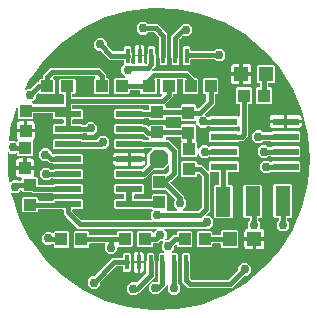
<source format=gbr>
G04 EAGLE Gerber RS-274X export*
G75*
%MOMM*%
%FSLAX34Y34*%
%LPD*%
%INTop Copper*%
%IPPOS*%
%AMOC8*
5,1,8,0,0,1.08239X$1,22.5*%
G01*
%ADD10R,1.000000X1.100000*%
%ADD11R,1.100000X1.000000*%
%ADD12R,2.200000X0.600000*%
%ADD13R,1.200000X1.200000*%
%ADD14R,1.270000X2.540000*%
%ADD15P,1.732040X8X22.500000*%
%ADD16R,0.300000X1.300000*%
%ADD17C,0.406400*%
%ADD18C,0.756400*%
%ADD19C,0.508000*%

G36*
X226220Y492421D02*
X226220Y492421D01*
X226252Y492428D01*
X226342Y492436D01*
X246447Y496540D01*
X246478Y496552D01*
X246565Y496574D01*
X265752Y503851D01*
X265780Y503868D01*
X265862Y503904D01*
X283633Y514164D01*
X283659Y514185D01*
X283734Y514233D01*
X299629Y527211D01*
X299651Y527236D01*
X299718Y527296D01*
X313325Y542656D01*
X313343Y542683D01*
X313399Y542754D01*
X324366Y560097D01*
X324379Y560128D01*
X324423Y560206D01*
X332466Y579084D01*
X332474Y579116D01*
X332505Y579200D01*
X337416Y599124D01*
X337419Y599157D01*
X337436Y599245D01*
X339087Y619699D01*
X339084Y619731D01*
X339087Y619821D01*
X337436Y640275D01*
X337428Y640307D01*
X337416Y640396D01*
X332505Y660320D01*
X332492Y660350D01*
X332479Y660393D01*
X332474Y660418D01*
X332470Y660424D01*
X332466Y660436D01*
X324423Y679314D01*
X324405Y679342D01*
X324366Y679423D01*
X313399Y696766D01*
X313377Y696791D01*
X313328Y696860D01*
X313327Y696861D01*
X313327Y696862D01*
X313325Y696864D01*
X299718Y712224D01*
X299692Y712245D01*
X299629Y712309D01*
X283734Y725287D01*
X283706Y725303D01*
X283633Y725356D01*
X265862Y735616D01*
X265832Y735628D01*
X265752Y735669D01*
X246565Y742946D01*
X246533Y742952D01*
X246447Y742980D01*
X226342Y747084D01*
X226309Y747085D01*
X226220Y747099D01*
X205716Y747925D01*
X205684Y747921D01*
X205594Y747920D01*
X185223Y745447D01*
X185192Y745438D01*
X185103Y745422D01*
X165393Y739713D01*
X165364Y739699D01*
X165279Y739670D01*
X146740Y730873D01*
X146713Y730854D01*
X146634Y730812D01*
X129746Y719155D01*
X129722Y719132D01*
X129651Y719077D01*
X114852Y704862D01*
X114832Y704836D01*
X114770Y704771D01*
X102443Y688366D01*
X102428Y688337D01*
X102377Y688262D01*
X97663Y679281D01*
X97661Y679272D01*
X97656Y679265D01*
X97622Y679157D01*
X97586Y679047D01*
X97586Y679039D01*
X97583Y679030D01*
X97586Y678916D01*
X97587Y678801D01*
X97589Y678793D01*
X97590Y678784D01*
X97629Y678677D01*
X97666Y678568D01*
X97671Y678562D01*
X97674Y678553D01*
X97746Y678464D01*
X97815Y678373D01*
X97822Y678368D01*
X97828Y678361D01*
X97924Y678299D01*
X98019Y678235D01*
X98027Y678233D01*
X98035Y678228D01*
X98145Y678200D01*
X98256Y678170D01*
X98265Y678170D01*
X98273Y678168D01*
X98387Y678177D01*
X98502Y678184D01*
X98510Y678187D01*
X98518Y678187D01*
X98623Y678232D01*
X98730Y678275D01*
X98737Y678280D01*
X98745Y678284D01*
X98876Y678389D01*
X99402Y678915D01*
X101561Y678915D01*
X101652Y678929D01*
X101742Y678937D01*
X101772Y678949D01*
X101804Y678954D01*
X101885Y678997D01*
X101969Y679033D01*
X102001Y679059D01*
X102022Y679070D01*
X102044Y679093D01*
X102100Y679138D01*
X107749Y684787D01*
X108684Y684787D01*
X108704Y684790D01*
X108723Y684788D01*
X108825Y684810D01*
X108927Y684826D01*
X108944Y684836D01*
X108964Y684840D01*
X109053Y684893D01*
X109144Y684942D01*
X109158Y684956D01*
X109175Y684966D01*
X109242Y685045D01*
X109314Y685120D01*
X109322Y685138D01*
X109335Y685153D01*
X109374Y685249D01*
X109417Y685343D01*
X109419Y685363D01*
X109427Y685381D01*
X109445Y685548D01*
X109445Y686862D01*
X110338Y687755D01*
X112152Y687755D01*
X112172Y687758D01*
X112191Y687756D01*
X112293Y687778D01*
X112395Y687794D01*
X112412Y687804D01*
X112432Y687808D01*
X112521Y687861D01*
X112612Y687910D01*
X112626Y687924D01*
X112643Y687934D01*
X112710Y688013D01*
X112782Y688088D01*
X112790Y688106D01*
X112803Y688121D01*
X112842Y688217D01*
X112885Y688311D01*
X112887Y688331D01*
X112895Y688349D01*
X112913Y688516D01*
X112913Y690713D01*
X119177Y696977D01*
X161239Y696977D01*
X166257Y691959D01*
X166257Y689276D01*
X166260Y689256D01*
X166258Y689237D01*
X166280Y689135D01*
X166296Y689033D01*
X166306Y689016D01*
X166310Y688996D01*
X166363Y688907D01*
X166412Y688816D01*
X166426Y688802D01*
X166436Y688785D01*
X166515Y688718D01*
X166590Y688646D01*
X166608Y688638D01*
X166623Y688625D01*
X166719Y688586D01*
X166813Y688543D01*
X166833Y688541D01*
X166851Y688533D01*
X167018Y688515D01*
X168332Y688515D01*
X169225Y687622D01*
X169225Y675358D01*
X168332Y674465D01*
X157068Y674465D01*
X156175Y675358D01*
X156175Y687622D01*
X157117Y688564D01*
X157159Y688622D01*
X157209Y688674D01*
X157231Y688721D01*
X157261Y688763D01*
X157282Y688832D01*
X157312Y688897D01*
X157318Y688949D01*
X157333Y688999D01*
X157331Y689070D01*
X157339Y689141D01*
X157328Y689192D01*
X157327Y689244D01*
X157302Y689312D01*
X157287Y689382D01*
X157260Y689427D01*
X157243Y689475D01*
X157198Y689531D01*
X157161Y689593D01*
X157121Y689627D01*
X157089Y689667D01*
X157029Y689706D01*
X156974Y689753D01*
X156926Y689772D01*
X156882Y689800D01*
X156812Y689818D01*
X156746Y689845D01*
X156675Y689853D01*
X156643Y689861D01*
X156620Y689859D01*
X156579Y689863D01*
X122439Y689863D01*
X122349Y689849D01*
X122258Y689841D01*
X122228Y689829D01*
X122196Y689824D01*
X122115Y689781D01*
X122031Y689745D01*
X121999Y689719D01*
X121978Y689708D01*
X121956Y689685D01*
X121900Y689640D01*
X121314Y689054D01*
X121272Y688996D01*
X121223Y688944D01*
X121201Y688897D01*
X121171Y688855D01*
X121150Y688786D01*
X121119Y688721D01*
X121114Y688669D01*
X121098Y688619D01*
X121100Y688548D01*
X121092Y688477D01*
X121103Y688426D01*
X121105Y688374D01*
X121129Y688306D01*
X121145Y688236D01*
X121171Y688191D01*
X121189Y688143D01*
X121234Y688087D01*
X121271Y688025D01*
X121310Y687991D01*
X121343Y687951D01*
X121403Y687912D01*
X121458Y687865D01*
X121506Y687846D01*
X121550Y687818D01*
X121619Y687800D01*
X121686Y687773D01*
X121757Y687765D01*
X121788Y687757D01*
X121812Y687759D01*
X121853Y687755D01*
X122602Y687755D01*
X123495Y686862D01*
X123495Y675598D01*
X122602Y674705D01*
X110338Y674705D01*
X109571Y675473D01*
X109555Y675484D01*
X109543Y675500D01*
X109455Y675556D01*
X109371Y675616D01*
X109352Y675622D01*
X109336Y675633D01*
X109235Y675658D01*
X109136Y675688D01*
X109116Y675688D01*
X109097Y675693D01*
X108994Y675685D01*
X108890Y675682D01*
X108872Y675675D01*
X108852Y675674D01*
X108757Y675633D01*
X108659Y675598D01*
X108644Y675585D01*
X108626Y675577D01*
X108495Y675473D01*
X107130Y674108D01*
X107077Y674034D01*
X107017Y673964D01*
X107005Y673934D01*
X106986Y673908D01*
X106959Y673821D01*
X106925Y673736D01*
X106921Y673695D01*
X106914Y673673D01*
X106915Y673641D01*
X106907Y673569D01*
X106907Y671410D01*
X104149Y668652D01*
X104137Y668636D01*
X104122Y668623D01*
X104066Y668536D01*
X104005Y668452D01*
X103999Y668433D01*
X103989Y668416D01*
X103963Y668316D01*
X103933Y668217D01*
X103933Y668197D01*
X103929Y668178D01*
X103937Y668075D01*
X103939Y667971D01*
X103946Y667952D01*
X103948Y667933D01*
X103988Y667838D01*
X104024Y667740D01*
X104036Y667725D01*
X104044Y667706D01*
X104149Y667575D01*
X104821Y666904D01*
X104821Y666750D01*
X104824Y666730D01*
X104822Y666711D01*
X104844Y666609D01*
X104860Y666507D01*
X104870Y666490D01*
X104874Y666470D01*
X104927Y666381D01*
X104976Y666290D01*
X104990Y666276D01*
X105000Y666259D01*
X105079Y666192D01*
X105154Y666120D01*
X105172Y666112D01*
X105187Y666099D01*
X105283Y666060D01*
X105377Y666017D01*
X105397Y666015D01*
X105415Y666007D01*
X105582Y665989D01*
X129702Y665989D01*
X129722Y665992D01*
X129741Y665990D01*
X129843Y666012D01*
X129945Y666028D01*
X129962Y666038D01*
X129982Y666042D01*
X130071Y666095D01*
X130162Y666144D01*
X130176Y666158D01*
X130193Y666168D01*
X130260Y666247D01*
X130332Y666322D01*
X130340Y666340D01*
X130353Y666355D01*
X130392Y666451D01*
X130435Y666545D01*
X130437Y666565D01*
X130445Y666583D01*
X130463Y666750D01*
X130463Y673944D01*
X130460Y673964D01*
X130462Y673983D01*
X130440Y674085D01*
X130424Y674187D01*
X130414Y674204D01*
X130410Y674224D01*
X130357Y674313D01*
X130308Y674404D01*
X130294Y674418D01*
X130284Y674435D01*
X130205Y674502D01*
X130130Y674574D01*
X130112Y674582D01*
X130097Y674595D01*
X130001Y674634D01*
X129907Y674677D01*
X129887Y674679D01*
X129869Y674687D01*
X129702Y674705D01*
X127338Y674705D01*
X126445Y675598D01*
X126445Y686862D01*
X127338Y687755D01*
X139602Y687755D01*
X140495Y686862D01*
X140495Y675598D01*
X139602Y674705D01*
X138338Y674705D01*
X138318Y674702D01*
X138299Y674704D01*
X138197Y674682D01*
X138095Y674666D01*
X138078Y674656D01*
X138058Y674652D01*
X137969Y674599D01*
X137878Y674550D01*
X137864Y674536D01*
X137847Y674526D01*
X137780Y674447D01*
X137708Y674372D01*
X137700Y674354D01*
X137687Y674339D01*
X137648Y674242D01*
X137605Y674149D01*
X137603Y674129D01*
X137595Y674111D01*
X137577Y673944D01*
X137577Y673354D01*
X137580Y673334D01*
X137578Y673315D01*
X137600Y673213D01*
X137616Y673111D01*
X137626Y673094D01*
X137630Y673074D01*
X137683Y672985D01*
X137732Y672894D01*
X137746Y672880D01*
X137756Y672863D01*
X137835Y672796D01*
X137910Y672724D01*
X137928Y672716D01*
X137943Y672703D01*
X138039Y672664D01*
X138133Y672621D01*
X138153Y672619D01*
X138171Y672611D01*
X138338Y672593D01*
X212587Y672593D01*
X212677Y672607D01*
X212768Y672615D01*
X212798Y672627D01*
X212830Y672632D01*
X212911Y672675D01*
X212995Y672711D01*
X213027Y672737D01*
X213048Y672748D01*
X213070Y672771D01*
X213126Y672816D01*
X213966Y673656D01*
X214008Y673714D01*
X214057Y673766D01*
X214079Y673813D01*
X214109Y673855D01*
X214130Y673924D01*
X214161Y673989D01*
X214166Y674041D01*
X214182Y674091D01*
X214180Y674162D01*
X214188Y674233D01*
X214177Y674284D01*
X214175Y674336D01*
X214151Y674404D01*
X214135Y674474D01*
X214109Y674519D01*
X214091Y674567D01*
X214046Y674623D01*
X214009Y674685D01*
X213970Y674719D01*
X213937Y674759D01*
X213877Y674798D01*
X213822Y674845D01*
X213774Y674864D01*
X213730Y674892D01*
X213661Y674910D01*
X213594Y674937D01*
X213523Y674945D01*
X213492Y674953D01*
X213468Y674951D01*
X213427Y674955D01*
X213188Y674955D01*
X212295Y675848D01*
X212295Y686562D01*
X212292Y686582D01*
X212294Y686601D01*
X212272Y686703D01*
X212256Y686805D01*
X212246Y686822D01*
X212242Y686842D01*
X212189Y686931D01*
X212140Y687022D01*
X212126Y687036D01*
X212116Y687053D01*
X212037Y687120D01*
X211962Y687192D01*
X211944Y687200D01*
X211929Y687213D01*
X211833Y687252D01*
X211739Y687295D01*
X211719Y687297D01*
X211701Y687305D01*
X211534Y687323D01*
X210106Y687323D01*
X210086Y687320D01*
X210067Y687322D01*
X209965Y687300D01*
X209863Y687284D01*
X209846Y687274D01*
X209826Y687270D01*
X209737Y687217D01*
X209646Y687168D01*
X209632Y687154D01*
X209615Y687144D01*
X209548Y687065D01*
X209476Y686990D01*
X209468Y686972D01*
X209455Y686957D01*
X209416Y686861D01*
X209373Y686767D01*
X209371Y686747D01*
X209363Y686729D01*
X209345Y686562D01*
X209345Y675848D01*
X208452Y674955D01*
X196188Y674955D01*
X195295Y675848D01*
X195295Y677169D01*
X195292Y677189D01*
X195294Y677209D01*
X195272Y677310D01*
X195256Y677412D01*
X195246Y677430D01*
X195242Y677449D01*
X195189Y677538D01*
X195140Y677630D01*
X195126Y677643D01*
X195116Y677660D01*
X195037Y677728D01*
X194962Y677799D01*
X194944Y677807D01*
X194929Y677820D01*
X194833Y677859D01*
X194739Y677903D01*
X194719Y677905D01*
X194701Y677912D01*
X194534Y677931D01*
X186986Y677932D01*
X186966Y677929D01*
X186947Y677931D01*
X186846Y677909D01*
X186743Y677892D01*
X186726Y677883D01*
X186706Y677879D01*
X186617Y677826D01*
X186526Y677777D01*
X186512Y677763D01*
X186495Y677753D01*
X186428Y677674D01*
X186357Y677599D01*
X186348Y677581D01*
X186335Y677566D01*
X186296Y677469D01*
X186253Y677376D01*
X186251Y677356D01*
X186243Y677337D01*
X186225Y677171D01*
X186225Y675358D01*
X185332Y674465D01*
X174068Y674465D01*
X173175Y675358D01*
X173175Y687622D01*
X174068Y688515D01*
X181999Y688515D01*
X182069Y688526D01*
X182141Y688528D01*
X182190Y688546D01*
X182241Y688554D01*
X182305Y688588D01*
X182372Y688613D01*
X182413Y688645D01*
X182459Y688670D01*
X182508Y688722D01*
X182564Y688766D01*
X182592Y688810D01*
X182628Y688848D01*
X182658Y688913D01*
X182697Y688973D01*
X182710Y689024D01*
X182732Y689071D01*
X182740Y689142D01*
X182757Y689212D01*
X182753Y689264D01*
X182759Y689315D01*
X182744Y689386D01*
X182738Y689457D01*
X182718Y689505D01*
X182707Y689556D01*
X182670Y689617D01*
X182642Y689683D01*
X182597Y689739D01*
X182580Y689767D01*
X182563Y689782D01*
X182537Y689814D01*
X179351Y693000D01*
X179351Y697396D01*
X181556Y699601D01*
X181609Y699675D01*
X181669Y699745D01*
X181681Y699775D01*
X181700Y699801D01*
X181727Y699888D01*
X181761Y699973D01*
X181765Y700014D01*
X181772Y700036D01*
X181771Y700068D01*
X181779Y700139D01*
X181779Y703084D01*
X181776Y703104D01*
X181778Y703123D01*
X181756Y703225D01*
X181740Y703327D01*
X181730Y703344D01*
X181726Y703364D01*
X181673Y703453D01*
X181624Y703544D01*
X181610Y703558D01*
X181600Y703575D01*
X181521Y703642D01*
X181446Y703714D01*
X181428Y703722D01*
X181413Y703735D01*
X181317Y703774D01*
X181223Y703817D01*
X181203Y703819D01*
X181185Y703827D01*
X181018Y703845D01*
X169457Y703845D01*
X162044Y711258D01*
X161970Y711311D01*
X161900Y711371D01*
X161870Y711383D01*
X161844Y711402D01*
X161757Y711429D01*
X161672Y711463D01*
X161631Y711467D01*
X161609Y711474D01*
X161577Y711473D01*
X161505Y711481D01*
X159346Y711481D01*
X156237Y714590D01*
X156237Y718986D01*
X159346Y722095D01*
X163742Y722095D01*
X166851Y718986D01*
X166851Y716827D01*
X166865Y716736D01*
X166873Y716646D01*
X166885Y716616D01*
X166890Y716584D01*
X166933Y716503D01*
X166969Y716419D01*
X166995Y716387D01*
X167006Y716366D01*
X167029Y716344D01*
X167074Y716288D01*
X172180Y711182D01*
X172254Y711129D01*
X172324Y711069D01*
X172354Y711057D01*
X172380Y711038D01*
X172467Y711011D01*
X172552Y710977D01*
X172593Y710973D01*
X172615Y710966D01*
X172647Y710967D01*
X172719Y710959D01*
X181018Y710959D01*
X181038Y710962D01*
X181057Y710960D01*
X181159Y710982D01*
X181261Y710998D01*
X181278Y711008D01*
X181298Y711012D01*
X181387Y711065D01*
X181478Y711114D01*
X181492Y711128D01*
X181509Y711138D01*
X181576Y711217D01*
X181648Y711292D01*
X181656Y711310D01*
X181669Y711325D01*
X181708Y711421D01*
X181751Y711515D01*
X181753Y711535D01*
X181761Y711553D01*
X181779Y711720D01*
X181779Y714534D01*
X182672Y715427D01*
X186936Y715427D01*
X187829Y714534D01*
X187829Y709723D01*
X187843Y709632D01*
X187851Y709542D01*
X187863Y709512D01*
X187868Y709480D01*
X187911Y709399D01*
X187947Y709315D01*
X187973Y709283D01*
X187984Y709262D01*
X188007Y709240D01*
X188052Y709184D01*
X188361Y708875D01*
X188361Y705929D01*
X188052Y705620D01*
X187998Y705546D01*
X187939Y705476D01*
X187927Y705446D01*
X187908Y705420D01*
X187881Y705333D01*
X187847Y705248D01*
X187843Y705207D01*
X187836Y705185D01*
X187837Y705153D01*
X187829Y705081D01*
X187829Y701036D01*
X187832Y701016D01*
X187830Y700997D01*
X187852Y700895D01*
X187868Y700793D01*
X187878Y700776D01*
X187882Y700756D01*
X187935Y700667D01*
X187984Y700576D01*
X187998Y700562D01*
X188008Y700545D01*
X188087Y700478D01*
X188162Y700406D01*
X188180Y700398D01*
X188195Y700385D01*
X188291Y700346D01*
X188385Y700303D01*
X188405Y700301D01*
X188423Y700293D01*
X188590Y700275D01*
X190002Y700275D01*
X190022Y700278D01*
X190041Y700276D01*
X190143Y700298D01*
X190245Y700314D01*
X190262Y700324D01*
X190282Y700328D01*
X190371Y700381D01*
X190462Y700430D01*
X190476Y700444D01*
X190493Y700454D01*
X190560Y700533D01*
X190632Y700608D01*
X190640Y700626D01*
X190653Y700641D01*
X190692Y700737D01*
X190735Y700831D01*
X190737Y700851D01*
X190745Y700869D01*
X190763Y701036D01*
X190763Y706641D01*
X194804Y706641D01*
X198845Y706641D01*
X198845Y701036D01*
X198848Y701016D01*
X198846Y700997D01*
X198868Y700895D01*
X198884Y700793D01*
X198894Y700776D01*
X198898Y700756D01*
X198951Y700667D01*
X199000Y700576D01*
X199014Y700562D01*
X199024Y700545D01*
X199103Y700478D01*
X199178Y700406D01*
X199196Y700398D01*
X199211Y700385D01*
X199307Y700346D01*
X199401Y700303D01*
X199421Y700301D01*
X199439Y700293D01*
X199606Y700275D01*
X199887Y700275D01*
X199978Y700289D01*
X200068Y700297D01*
X200098Y700309D01*
X200130Y700314D01*
X200211Y700357D01*
X200295Y700393D01*
X200327Y700419D01*
X200348Y700430D01*
X200370Y700453D01*
X200426Y700498D01*
X201024Y701096D01*
X201077Y701170D01*
X201137Y701240D01*
X201149Y701270D01*
X201168Y701296D01*
X201195Y701383D01*
X201229Y701468D01*
X201233Y701509D01*
X201240Y701531D01*
X201239Y701563D01*
X201247Y701635D01*
X201247Y708875D01*
X201556Y709184D01*
X201610Y709258D01*
X201669Y709328D01*
X201681Y709358D01*
X201700Y709384D01*
X201727Y709471D01*
X201761Y709556D01*
X201765Y709597D01*
X201772Y709619D01*
X201771Y709651D01*
X201779Y709723D01*
X201779Y714534D01*
X202672Y715427D01*
X206936Y715427D01*
X207829Y714534D01*
X207829Y709723D01*
X207843Y709632D01*
X207851Y709542D01*
X207863Y709512D01*
X207868Y709480D01*
X207911Y709399D01*
X207947Y709315D01*
X207973Y709283D01*
X207984Y709262D01*
X208007Y709240D01*
X208052Y709184D01*
X208361Y708875D01*
X208361Y698373D01*
X206054Y696066D01*
X205724Y695736D01*
X205682Y695678D01*
X205633Y695626D01*
X205611Y695579D01*
X205581Y695537D01*
X205560Y695468D01*
X205529Y695403D01*
X205524Y695351D01*
X205508Y695301D01*
X205510Y695230D01*
X205502Y695159D01*
X205513Y695108D01*
X205515Y695056D01*
X205539Y694988D01*
X205555Y694918D01*
X205581Y694873D01*
X205599Y694825D01*
X205644Y694769D01*
X205681Y694707D01*
X205720Y694673D01*
X205753Y694633D01*
X205813Y694594D01*
X205868Y694547D01*
X205916Y694528D01*
X205960Y694500D01*
X206029Y694482D01*
X206096Y694455D01*
X206167Y694447D01*
X206198Y694439D01*
X206222Y694441D01*
X206263Y694437D01*
X235407Y694437D01*
X241108Y688736D01*
X241182Y688683D01*
X241252Y688623D01*
X241282Y688611D01*
X241308Y688592D01*
X241395Y688565D01*
X241480Y688531D01*
X241521Y688527D01*
X241543Y688520D01*
X241575Y688521D01*
X241647Y688513D01*
X243510Y688513D01*
X244403Y687620D01*
X244403Y675356D01*
X243510Y674463D01*
X232246Y674463D01*
X231353Y675356D01*
X231353Y686562D01*
X231350Y686582D01*
X231352Y686601D01*
X231330Y686703D01*
X231314Y686805D01*
X231304Y686822D01*
X231300Y686842D01*
X231247Y686931D01*
X231198Y687022D01*
X231184Y687036D01*
X231174Y687053D01*
X231095Y687120D01*
X231020Y687192D01*
X231002Y687200D01*
X230987Y687213D01*
X230891Y687252D01*
X230797Y687295D01*
X230777Y687297D01*
X230759Y687305D01*
X230592Y687323D01*
X227106Y687323D01*
X227086Y687320D01*
X227067Y687322D01*
X226965Y687300D01*
X226863Y687284D01*
X226846Y687274D01*
X226826Y687270D01*
X226737Y687217D01*
X226646Y687168D01*
X226632Y687154D01*
X226615Y687144D01*
X226548Y687065D01*
X226476Y686990D01*
X226468Y686972D01*
X226455Y686957D01*
X226416Y686861D01*
X226373Y686767D01*
X226371Y686747D01*
X226363Y686729D01*
X226345Y686562D01*
X226345Y675848D01*
X225452Y674955D01*
X223638Y674955D01*
X223618Y674952D01*
X223599Y674954D01*
X223497Y674932D01*
X223395Y674916D01*
X223378Y674906D01*
X223358Y674902D01*
X223269Y674849D01*
X223178Y674800D01*
X223164Y674786D01*
X223147Y674776D01*
X223080Y674697D01*
X223008Y674622D01*
X223000Y674604D01*
X222987Y674589D01*
X222948Y674493D01*
X222905Y674399D01*
X222903Y674379D01*
X222895Y674361D01*
X222877Y674194D01*
X222877Y672507D01*
X216571Y666201D01*
X216560Y666185D01*
X216544Y666173D01*
X216488Y666086D01*
X216428Y666002D01*
X216422Y665983D01*
X216411Y665966D01*
X216386Y665865D01*
X216356Y665767D01*
X216356Y665747D01*
X216351Y665727D01*
X216359Y665624D01*
X216362Y665521D01*
X216369Y665502D01*
X216370Y665482D01*
X216411Y665387D01*
X216446Y665290D01*
X216459Y665274D01*
X216467Y665256D01*
X216571Y665125D01*
X216825Y664872D01*
X216825Y663560D01*
X216828Y663540D01*
X216826Y663521D01*
X216848Y663419D01*
X216864Y663317D01*
X216874Y663300D01*
X216878Y663280D01*
X216931Y663191D01*
X216980Y663100D01*
X216994Y663086D01*
X217004Y663069D01*
X217083Y663002D01*
X217158Y662931D01*
X217176Y662922D01*
X217191Y662909D01*
X217287Y662871D01*
X217381Y662827D01*
X217401Y662825D01*
X217419Y662817D01*
X217586Y662799D01*
X221731Y662800D01*
X221734Y662801D01*
X223493Y662801D01*
X225303Y662801D01*
X225308Y662801D01*
X228684Y662801D01*
X228704Y662804D01*
X228723Y662802D01*
X228825Y662824D01*
X228927Y662840D01*
X228944Y662850D01*
X228964Y662854D01*
X229053Y662907D01*
X229144Y662956D01*
X229158Y662970D01*
X229175Y662980D01*
X229242Y663059D01*
X229314Y663134D01*
X229322Y663152D01*
X229335Y663167D01*
X229374Y663263D01*
X229417Y663357D01*
X229419Y663377D01*
X229427Y663395D01*
X229445Y663562D01*
X229445Y665122D01*
X230338Y666015D01*
X241602Y666015D01*
X242495Y665122D01*
X242495Y663308D01*
X242498Y663288D01*
X242496Y663269D01*
X242518Y663167D01*
X242534Y663065D01*
X242544Y663048D01*
X242548Y663028D01*
X242601Y662939D01*
X242650Y662848D01*
X242664Y662834D01*
X242674Y662817D01*
X242753Y662750D01*
X242828Y662678D01*
X242846Y662670D01*
X242861Y662657D01*
X242957Y662618D01*
X243051Y662575D01*
X243071Y662573D01*
X243089Y662565D01*
X243256Y662547D01*
X244197Y662547D01*
X244288Y662561D01*
X244378Y662569D01*
X244408Y662581D01*
X244440Y662586D01*
X244521Y662629D01*
X244605Y662665D01*
X244637Y662691D01*
X244658Y662702D01*
X244680Y662725D01*
X244736Y662770D01*
X251098Y669132D01*
X251151Y669206D01*
X251211Y669276D01*
X251223Y669306D01*
X251242Y669332D01*
X251269Y669419D01*
X251303Y669504D01*
X251307Y669545D01*
X251314Y669567D01*
X251313Y669599D01*
X251321Y669671D01*
X251321Y673702D01*
X251318Y673722D01*
X251320Y673741D01*
X251298Y673843D01*
X251282Y673945D01*
X251272Y673962D01*
X251268Y673982D01*
X251215Y674071D01*
X251166Y674162D01*
X251152Y674176D01*
X251142Y674193D01*
X251063Y674260D01*
X250988Y674332D01*
X250970Y674340D01*
X250955Y674353D01*
X250859Y674392D01*
X250765Y674435D01*
X250745Y674437D01*
X250727Y674445D01*
X250560Y674463D01*
X249246Y674463D01*
X248353Y675356D01*
X248353Y687620D01*
X249246Y688513D01*
X260510Y688513D01*
X261403Y687620D01*
X261403Y675356D01*
X260510Y674463D01*
X259196Y674463D01*
X259176Y674460D01*
X259157Y674462D01*
X259055Y674440D01*
X258953Y674424D01*
X258936Y674414D01*
X258916Y674410D01*
X258827Y674357D01*
X258736Y674308D01*
X258722Y674294D01*
X258705Y674284D01*
X258638Y674205D01*
X258566Y674130D01*
X258558Y674112D01*
X258545Y674097D01*
X258506Y674001D01*
X258463Y673907D01*
X258461Y673887D01*
X258453Y673869D01*
X258435Y673702D01*
X258435Y666409D01*
X250209Y658183D01*
X250197Y658167D01*
X250182Y658154D01*
X250125Y658067D01*
X250065Y657983D01*
X250059Y657964D01*
X250049Y657947D01*
X250023Y657847D01*
X249993Y657748D01*
X249993Y657728D01*
X249988Y657709D01*
X249996Y657606D01*
X249999Y657502D01*
X250006Y657483D01*
X250008Y657463D01*
X250048Y657369D01*
X250084Y657271D01*
X250096Y657255D01*
X250104Y657237D01*
X250209Y657106D01*
X252023Y655292D01*
X252097Y655239D01*
X252167Y655179D01*
X252197Y655167D01*
X252223Y655148D01*
X252310Y655121D01*
X252395Y655087D01*
X252436Y655083D01*
X252458Y655076D01*
X252490Y655077D01*
X252561Y655069D01*
X253439Y655069D01*
X253529Y655083D01*
X253620Y655091D01*
X253650Y655103D01*
X253682Y655108D01*
X253763Y655151D01*
X253846Y655187D01*
X253879Y655213D01*
X253899Y655224D01*
X253921Y655247D01*
X253977Y655292D01*
X254722Y656037D01*
X277986Y656037D01*
X278224Y655799D01*
X278282Y655757D01*
X278334Y655707D01*
X278381Y655685D01*
X278423Y655655D01*
X278492Y655634D01*
X278557Y655604D01*
X278609Y655598D01*
X278659Y655583D01*
X278730Y655585D01*
X278801Y655577D01*
X278852Y655588D01*
X278904Y655589D01*
X278972Y655614D01*
X279042Y655629D01*
X279087Y655656D01*
X279135Y655673D01*
X279191Y655718D01*
X279253Y655755D01*
X279287Y655795D01*
X279327Y655827D01*
X279366Y655887D01*
X279413Y655942D01*
X279432Y655990D01*
X279460Y656034D01*
X279478Y656103D01*
X279505Y656170D01*
X279513Y656241D01*
X279521Y656273D01*
X279519Y656296D01*
X279523Y656337D01*
X279523Y665568D01*
X279520Y665588D01*
X279522Y665607D01*
X279500Y665709D01*
X279484Y665811D01*
X279474Y665828D01*
X279470Y665848D01*
X279417Y665937D01*
X279368Y666028D01*
X279354Y666042D01*
X279344Y666059D01*
X279265Y666126D01*
X279190Y666198D01*
X279172Y666206D01*
X279157Y666219D01*
X279061Y666258D01*
X278967Y666301D01*
X278947Y666303D01*
X278929Y666311D01*
X278762Y666329D01*
X277448Y666329D01*
X276555Y667222D01*
X276555Y679486D01*
X277448Y680379D01*
X288712Y680379D01*
X289605Y679486D01*
X289605Y667222D01*
X288712Y666329D01*
X287398Y666329D01*
X287378Y666326D01*
X287359Y666328D01*
X287257Y666306D01*
X287155Y666290D01*
X287138Y666280D01*
X287118Y666276D01*
X287029Y666223D01*
X286938Y666174D01*
X286924Y666160D01*
X286907Y666150D01*
X286840Y666071D01*
X286768Y665996D01*
X286760Y665978D01*
X286747Y665963D01*
X286708Y665867D01*
X286665Y665773D01*
X286663Y665753D01*
X286655Y665735D01*
X286637Y665568D01*
X286637Y639239D01*
X282653Y635255D01*
X279269Y635255D01*
X279179Y635241D01*
X279088Y635233D01*
X279058Y635221D01*
X279026Y635216D01*
X278945Y635173D01*
X278862Y635137D01*
X278829Y635111D01*
X278809Y635100D01*
X278787Y635077D01*
X278731Y635032D01*
X277986Y634287D01*
X254722Y634287D01*
X253829Y635180D01*
X253829Y642444D01*
X254722Y643337D01*
X277986Y643337D01*
X278224Y643099D01*
X278282Y643057D01*
X278334Y643007D01*
X278381Y642985D01*
X278423Y642955D01*
X278492Y642934D01*
X278557Y642904D01*
X278609Y642898D01*
X278659Y642883D01*
X278730Y642885D01*
X278801Y642877D01*
X278852Y642888D01*
X278904Y642889D01*
X278972Y642914D01*
X279042Y642929D01*
X279087Y642956D01*
X279135Y642973D01*
X279191Y643018D01*
X279253Y643055D01*
X279287Y643095D01*
X279327Y643127D01*
X279366Y643187D01*
X279413Y643242D01*
X279432Y643290D01*
X279460Y643334D01*
X279478Y643403D01*
X279505Y643470D01*
X279513Y643541D01*
X279521Y643573D01*
X279519Y643596D01*
X279523Y643637D01*
X279523Y646687D01*
X279512Y646758D01*
X279510Y646830D01*
X279492Y646879D01*
X279484Y646930D01*
X279450Y646993D01*
X279425Y647061D01*
X279393Y647101D01*
X279368Y647147D01*
X279316Y647197D01*
X279272Y647253D01*
X279228Y647281D01*
X279190Y647317D01*
X279125Y647347D01*
X279065Y647386D01*
X279014Y647398D01*
X278967Y647420D01*
X278896Y647428D01*
X278826Y647446D01*
X278774Y647442D01*
X278723Y647447D01*
X278652Y647432D01*
X278581Y647427D01*
X278533Y647406D01*
X278482Y647395D01*
X278421Y647358D01*
X278355Y647330D01*
X278299Y647285D01*
X278271Y647269D01*
X278256Y647251D01*
X278224Y647225D01*
X277986Y646987D01*
X254722Y646987D01*
X253977Y647732D01*
X253903Y647785D01*
X253834Y647845D01*
X253804Y647857D01*
X253778Y647876D01*
X253691Y647903D01*
X253606Y647937D01*
X253565Y647941D01*
X253543Y647948D01*
X253510Y647947D01*
X253439Y647955D01*
X252281Y647955D01*
X252191Y647941D01*
X252100Y647933D01*
X252071Y647921D01*
X252039Y647916D01*
X251958Y647873D01*
X251874Y647837D01*
X251842Y647811D01*
X251821Y647800D01*
X251799Y647777D01*
X251743Y647732D01*
X250356Y646345D01*
X245960Y646345D01*
X243794Y648511D01*
X243736Y648553D01*
X243684Y648602D01*
X243637Y648624D01*
X243595Y648654D01*
X243526Y648676D01*
X243461Y648706D01*
X243409Y648711D01*
X243359Y648727D01*
X243288Y648725D01*
X243217Y648733D01*
X243166Y648722D01*
X243114Y648720D01*
X243046Y648696D01*
X242976Y648681D01*
X242931Y648654D01*
X242883Y648636D01*
X242827Y648591D01*
X242765Y648554D01*
X242731Y648515D01*
X242691Y648482D01*
X242652Y648422D01*
X242605Y648367D01*
X242586Y648319D01*
X242558Y648275D01*
X242540Y648206D01*
X242513Y648139D01*
X242505Y648068D01*
X242497Y648037D01*
X242499Y648014D01*
X242495Y647973D01*
X242495Y635710D01*
X242494Y635708D01*
X242464Y635609D01*
X242464Y635589D01*
X242459Y635569D01*
X242467Y635467D01*
X242470Y635363D01*
X242477Y635344D01*
X242478Y635324D01*
X242519Y635229D01*
X242554Y635132D01*
X242567Y635116D01*
X242575Y635098D01*
X242680Y634967D01*
X243755Y633892D01*
X243755Y629271D01*
X243766Y629201D01*
X243768Y629129D01*
X243786Y629080D01*
X243794Y629029D01*
X243828Y628965D01*
X243853Y628898D01*
X243885Y628857D01*
X243910Y628811D01*
X243962Y628762D01*
X244006Y628706D01*
X244050Y628678D01*
X244088Y628642D01*
X244153Y628612D01*
X244213Y628573D01*
X244264Y628560D01*
X244311Y628538D01*
X244382Y628530D01*
X244452Y628513D01*
X244504Y628517D01*
X244555Y628511D01*
X244626Y628526D01*
X244697Y628532D01*
X244745Y628552D01*
X244796Y628563D01*
X244857Y628600D01*
X244923Y628628D01*
X244979Y628673D01*
X245007Y628690D01*
X245022Y628707D01*
X245054Y628733D01*
X247738Y631417D01*
X252134Y631417D01*
X253280Y630271D01*
X253296Y630259D01*
X253309Y630244D01*
X253396Y630188D01*
X253480Y630127D01*
X253499Y630121D01*
X253516Y630111D01*
X253616Y630085D01*
X253715Y630055D01*
X253735Y630055D01*
X253754Y630051D01*
X253857Y630059D01*
X253961Y630061D01*
X253980Y630068D01*
X253999Y630070D01*
X254094Y630110D01*
X254192Y630146D01*
X254207Y630158D01*
X254226Y630166D01*
X254357Y630271D01*
X254722Y630637D01*
X277986Y630637D01*
X278879Y629744D01*
X278879Y622480D01*
X277986Y621587D01*
X254722Y621587D01*
X254359Y621951D01*
X254342Y621963D01*
X254330Y621978D01*
X254243Y622034D01*
X254159Y622095D01*
X254140Y622101D01*
X254123Y622111D01*
X254023Y622137D01*
X253924Y622167D01*
X253904Y622167D01*
X253885Y622171D01*
X253782Y622163D01*
X253678Y622161D01*
X253659Y622154D01*
X253639Y622152D01*
X253544Y622112D01*
X253447Y622076D01*
X253431Y622064D01*
X253413Y622056D01*
X253282Y621951D01*
X252134Y620803D01*
X247738Y620803D01*
X245054Y623487D01*
X244996Y623529D01*
X244944Y623578D01*
X244897Y623600D01*
X244855Y623630D01*
X244786Y623652D01*
X244721Y623682D01*
X244669Y623687D01*
X244619Y623703D01*
X244548Y623701D01*
X244477Y623709D01*
X244426Y623698D01*
X244374Y623696D01*
X244306Y623672D01*
X244236Y623657D01*
X244191Y623630D01*
X244143Y623612D01*
X244087Y623567D01*
X244025Y623530D01*
X243991Y623491D01*
X243951Y623458D01*
X243912Y623398D01*
X243865Y623343D01*
X243846Y623295D01*
X243818Y623251D01*
X243800Y623182D01*
X243773Y623115D01*
X243765Y623044D01*
X243757Y623013D01*
X243759Y622990D01*
X243755Y622949D01*
X243755Y622628D01*
X242862Y621735D01*
X230598Y621735D01*
X229705Y622628D01*
X229705Y633892D01*
X230020Y634207D01*
X230032Y634223D01*
X230048Y634235D01*
X230104Y634323D01*
X230164Y634406D01*
X230170Y634425D01*
X230181Y634442D01*
X230206Y634543D01*
X230236Y634642D01*
X230236Y634661D01*
X230241Y634681D01*
X230233Y634784D01*
X230230Y634887D01*
X230223Y634906D01*
X230222Y634926D01*
X230181Y635021D01*
X230146Y635118D01*
X230133Y635134D01*
X230125Y635152D01*
X230020Y635283D01*
X229445Y635858D01*
X229445Y637925D01*
X229442Y637945D01*
X229444Y637965D01*
X229422Y638066D01*
X229406Y638168D01*
X229396Y638185D01*
X229392Y638205D01*
X229339Y638294D01*
X229290Y638385D01*
X229276Y638399D01*
X229266Y638416D01*
X229187Y638483D01*
X229112Y638554D01*
X229094Y638563D01*
X229079Y638576D01*
X228983Y638614D01*
X228889Y638658D01*
X228869Y638660D01*
X228851Y638668D01*
X228684Y638686D01*
X217586Y638684D01*
X217566Y638681D01*
X217547Y638683D01*
X217445Y638661D01*
X217343Y638645D01*
X217326Y638635D01*
X217306Y638631D01*
X217217Y638578D01*
X217126Y638530D01*
X217112Y638515D01*
X217095Y638505D01*
X217028Y638426D01*
X216956Y638351D01*
X216948Y638333D01*
X216935Y638318D01*
X216896Y638222D01*
X216853Y638128D01*
X216851Y638108D01*
X216843Y638090D01*
X216825Y637923D01*
X216825Y636778D01*
X216828Y636758D01*
X216826Y636739D01*
X216848Y636637D01*
X216864Y636535D01*
X216874Y636518D01*
X216878Y636498D01*
X216931Y636409D01*
X216980Y636318D01*
X216994Y636304D01*
X217004Y636287D01*
X217083Y636220D01*
X217158Y636148D01*
X217176Y636140D01*
X217191Y636127D01*
X217287Y636088D01*
X217381Y636045D01*
X217401Y636043D01*
X217419Y636035D01*
X217586Y636017D01*
X219151Y636017D01*
X227077Y628091D01*
X227077Y606603D01*
X221087Y600613D01*
X221076Y600597D01*
X221060Y600585D01*
X221004Y600497D01*
X220944Y600414D01*
X220938Y600395D01*
X220927Y600378D01*
X220902Y600277D01*
X220871Y600178D01*
X220872Y600159D01*
X220867Y600139D01*
X220875Y600036D01*
X220878Y599933D01*
X220885Y599914D01*
X220886Y599894D01*
X220927Y599799D01*
X220962Y599702D01*
X220975Y599686D01*
X220982Y599668D01*
X221087Y599537D01*
X232665Y587959D01*
X232665Y586431D01*
X232679Y586341D01*
X232687Y586250D01*
X232699Y586221D01*
X232704Y586189D01*
X232747Y586108D01*
X232783Y586024D01*
X232809Y585992D01*
X232820Y585971D01*
X232843Y585949D01*
X232888Y585893D01*
X234415Y584366D01*
X234415Y579970D01*
X231563Y577118D01*
X231521Y577060D01*
X231472Y577008D01*
X231450Y576961D01*
X231420Y576919D01*
X231398Y576850D01*
X231368Y576785D01*
X231363Y576733D01*
X231347Y576683D01*
X231349Y576612D01*
X231341Y576541D01*
X231352Y576490D01*
X231354Y576438D01*
X231378Y576370D01*
X231393Y576300D01*
X231420Y576255D01*
X231438Y576207D01*
X231483Y576151D01*
X231520Y576089D01*
X231559Y576055D01*
X231592Y576015D01*
X231652Y575976D01*
X231707Y575929D01*
X231755Y575910D01*
X231799Y575882D01*
X231868Y575864D01*
X231935Y575837D01*
X232006Y575829D01*
X232037Y575821D01*
X232060Y575823D01*
X232101Y575819D01*
X243829Y575819D01*
X243920Y575833D01*
X244010Y575841D01*
X244040Y575853D01*
X244072Y575858D01*
X244153Y575901D01*
X244237Y575937D01*
X244269Y575963D01*
X244290Y575974D01*
X244312Y575997D01*
X244368Y576042D01*
X247172Y578846D01*
X247225Y578920D01*
X247285Y578990D01*
X247297Y579020D01*
X247316Y579046D01*
X247343Y579133D01*
X247377Y579218D01*
X247381Y579259D01*
X247388Y579281D01*
X247387Y579313D01*
X247395Y579385D01*
X247395Y604509D01*
X247381Y604600D01*
X247373Y604690D01*
X247361Y604720D01*
X247356Y604752D01*
X247313Y604833D01*
X247277Y604917D01*
X247251Y604949D01*
X247240Y604970D01*
X247217Y604992D01*
X247172Y605048D01*
X245054Y607166D01*
X244996Y607208D01*
X244944Y607257D01*
X244897Y607279D01*
X244855Y607309D01*
X244786Y607330D01*
X244721Y607361D01*
X244669Y607366D01*
X244619Y607382D01*
X244548Y607380D01*
X244477Y607388D01*
X244426Y607377D01*
X244374Y607375D01*
X244306Y607351D01*
X244236Y607335D01*
X244191Y607309D01*
X244143Y607291D01*
X244087Y607246D01*
X244025Y607209D01*
X243991Y607170D01*
X243951Y607137D01*
X243912Y607077D01*
X243865Y607022D01*
X243846Y606974D01*
X243818Y606930D01*
X243800Y606861D01*
X243773Y606794D01*
X243765Y606723D01*
X243757Y606692D01*
X243759Y606668D01*
X243755Y606627D01*
X243755Y605628D01*
X242862Y604735D01*
X230598Y604735D01*
X229705Y605628D01*
X229705Y616892D01*
X230598Y617785D01*
X242862Y617785D01*
X243755Y616892D01*
X243755Y615578D01*
X243758Y615558D01*
X243756Y615539D01*
X243778Y615437D01*
X243794Y615335D01*
X243804Y615318D01*
X243808Y615298D01*
X243861Y615209D01*
X243910Y615118D01*
X243924Y615104D01*
X243934Y615087D01*
X244013Y615020D01*
X244088Y614948D01*
X244106Y614940D01*
X244121Y614927D01*
X244217Y614888D01*
X244311Y614845D01*
X244331Y614843D01*
X244349Y614835D01*
X244516Y614817D01*
X247463Y614817D01*
X252202Y610078D01*
X252530Y609750D01*
X252588Y609708D01*
X252640Y609659D01*
X252687Y609637D01*
X252729Y609607D01*
X252798Y609586D01*
X252863Y609555D01*
X252915Y609550D01*
X252965Y609534D01*
X253036Y609536D01*
X253107Y609528D01*
X253158Y609539D01*
X253210Y609541D01*
X253278Y609565D01*
X253348Y609581D01*
X253393Y609607D01*
X253441Y609625D01*
X253497Y609670D01*
X253559Y609707D01*
X253593Y609746D01*
X253633Y609779D01*
X253672Y609839D01*
X253719Y609894D01*
X253738Y609942D01*
X253766Y609986D01*
X253784Y610055D01*
X253811Y610122D01*
X253819Y610193D01*
X253827Y610224D01*
X253825Y610248D01*
X253829Y610289D01*
X253829Y617044D01*
X254722Y617937D01*
X277986Y617937D01*
X278879Y617044D01*
X278879Y609780D01*
X277986Y608887D01*
X269998Y608887D01*
X269978Y608884D01*
X269959Y608886D01*
X269857Y608864D01*
X269755Y608848D01*
X269738Y608838D01*
X269718Y608834D01*
X269629Y608781D01*
X269538Y608732D01*
X269524Y608718D01*
X269507Y608708D01*
X269440Y608629D01*
X269368Y608554D01*
X269360Y608536D01*
X269347Y608521D01*
X269308Y608425D01*
X269265Y608331D01*
X269263Y608311D01*
X269255Y608293D01*
X269237Y608126D01*
X269237Y598674D01*
X269240Y598654D01*
X269238Y598635D01*
X269260Y598533D01*
X269276Y598431D01*
X269286Y598414D01*
X269290Y598394D01*
X269343Y598305D01*
X269392Y598214D01*
X269406Y598200D01*
X269416Y598183D01*
X269495Y598116D01*
X269570Y598044D01*
X269588Y598036D01*
X269603Y598023D01*
X269699Y597984D01*
X269793Y597941D01*
X269813Y597939D01*
X269831Y597931D01*
X269998Y597913D01*
X272662Y597913D01*
X273555Y597020D01*
X273555Y570356D01*
X272662Y569463D01*
X258698Y569463D01*
X257805Y570356D01*
X257805Y597020D01*
X258698Y597913D01*
X261362Y597913D01*
X261382Y597916D01*
X261401Y597914D01*
X261503Y597936D01*
X261605Y597952D01*
X261622Y597962D01*
X261642Y597966D01*
X261731Y598019D01*
X261822Y598068D01*
X261836Y598082D01*
X261853Y598092D01*
X261920Y598171D01*
X261992Y598246D01*
X262000Y598264D01*
X262013Y598279D01*
X262052Y598375D01*
X262095Y598469D01*
X262097Y598489D01*
X262105Y598507D01*
X262123Y598674D01*
X262123Y608126D01*
X262120Y608146D01*
X262122Y608165D01*
X262100Y608267D01*
X262084Y608369D01*
X262074Y608386D01*
X262070Y608406D01*
X262017Y608495D01*
X261968Y608586D01*
X261954Y608600D01*
X261944Y608617D01*
X261865Y608684D01*
X261790Y608756D01*
X261772Y608764D01*
X261757Y608777D01*
X261661Y608816D01*
X261567Y608859D01*
X261547Y608861D01*
X261529Y608869D01*
X261362Y608887D01*
X255231Y608887D01*
X255160Y608876D01*
X255088Y608874D01*
X255039Y608856D01*
X254988Y608848D01*
X254924Y608814D01*
X254857Y608789D01*
X254816Y608757D01*
X254770Y608732D01*
X254721Y608680D01*
X254665Y608635D01*
X254637Y608592D01*
X254601Y608554D01*
X254571Y608489D01*
X254532Y608428D01*
X254519Y608378D01*
X254497Y608331D01*
X254489Y608260D01*
X254472Y608190D01*
X254476Y608138D01*
X254470Y608087D01*
X254486Y608016D01*
X254491Y607945D01*
X254509Y607904D01*
X254509Y576123D01*
X251158Y572772D01*
X251116Y572714D01*
X251067Y572662D01*
X251045Y572615D01*
X251015Y572573D01*
X250994Y572504D01*
X250963Y572439D01*
X250958Y572387D01*
X250942Y572337D01*
X250944Y572266D01*
X250936Y572195D01*
X250947Y572144D01*
X250949Y572092D01*
X250973Y572024D01*
X250989Y571954D01*
X251015Y571909D01*
X251033Y571861D01*
X251078Y571805D01*
X251115Y571743D01*
X251154Y571709D01*
X251187Y571669D01*
X251247Y571630D01*
X251302Y571583D01*
X251350Y571564D01*
X251394Y571536D01*
X251463Y571518D01*
X251530Y571491D01*
X251601Y571483D01*
X251632Y571475D01*
X251656Y571477D01*
X251697Y571473D01*
X254166Y571473D01*
X257275Y568364D01*
X257275Y563968D01*
X254166Y560859D01*
X252007Y560859D01*
X251916Y560845D01*
X251826Y560837D01*
X251811Y560831D01*
X216353Y560831D01*
X216283Y560820D01*
X216211Y560818D01*
X216162Y560800D01*
X216111Y560792D01*
X216047Y560758D01*
X215980Y560733D01*
X215939Y560701D01*
X215893Y560676D01*
X215844Y560624D01*
X215788Y560580D01*
X215760Y560536D01*
X215724Y560498D01*
X215694Y560433D01*
X215655Y560373D01*
X215642Y560322D01*
X215620Y560275D01*
X215612Y560204D01*
X215595Y560134D01*
X215599Y560082D01*
X215593Y560031D01*
X215608Y559960D01*
X215614Y559889D01*
X215634Y559841D01*
X215645Y559790D01*
X215682Y559729D01*
X215710Y559663D01*
X215755Y559607D01*
X215772Y559579D01*
X215789Y559564D01*
X215815Y559532D01*
X217651Y557696D01*
X217651Y553300D01*
X216803Y552452D01*
X216761Y552394D01*
X216712Y552342D01*
X216690Y552295D01*
X216660Y552253D01*
X216638Y552184D01*
X216608Y552119D01*
X216603Y552067D01*
X216587Y552017D01*
X216589Y551946D01*
X216581Y551875D01*
X216592Y551824D01*
X216594Y551772D01*
X216618Y551704D01*
X216633Y551634D01*
X216660Y551589D01*
X216678Y551541D01*
X216723Y551485D01*
X216760Y551423D01*
X216799Y551389D01*
X216832Y551349D01*
X216892Y551310D01*
X216947Y551263D01*
X216995Y551244D01*
X217039Y551216D01*
X217108Y551198D01*
X217175Y551171D01*
X217246Y551163D01*
X217277Y551155D01*
X217300Y551157D01*
X217341Y551153D01*
X218655Y551153D01*
X218746Y551167D01*
X218836Y551175D01*
X218866Y551187D01*
X218898Y551192D01*
X218979Y551235D01*
X219063Y551271D01*
X219095Y551297D01*
X219116Y551308D01*
X219138Y551331D01*
X219194Y551376D01*
X223321Y555503D01*
X225516Y555503D01*
X225536Y555506D01*
X225555Y555504D01*
X225657Y555526D01*
X225759Y555542D01*
X225776Y555552D01*
X225796Y555556D01*
X225885Y555609D01*
X225976Y555658D01*
X225990Y555672D01*
X226007Y555682D01*
X226074Y555761D01*
X226146Y555836D01*
X226154Y555854D01*
X226167Y555869D01*
X226206Y555965D01*
X226249Y556059D01*
X226251Y556079D01*
X226259Y556097D01*
X226277Y556264D01*
X226277Y558078D01*
X227170Y558971D01*
X238434Y558971D01*
X239327Y558078D01*
X239327Y545814D01*
X238434Y544921D01*
X227170Y544921D01*
X226277Y545814D01*
X226277Y546561D01*
X226266Y546632D01*
X226264Y546704D01*
X226246Y546753D01*
X226238Y546804D01*
X226204Y546868D01*
X226179Y546935D01*
X226147Y546976D01*
X226122Y547022D01*
X226070Y547071D01*
X226026Y547127D01*
X225982Y547155D01*
X225944Y547191D01*
X225879Y547221D01*
X225819Y547260D01*
X225768Y547273D01*
X225721Y547295D01*
X225650Y547303D01*
X225580Y547320D01*
X225528Y547316D01*
X225477Y547322D01*
X225406Y547306D01*
X225335Y547301D01*
X225287Y547281D01*
X225236Y547269D01*
X225175Y547233D01*
X225109Y547205D01*
X225053Y547160D01*
X225025Y547143D01*
X225010Y547125D01*
X224978Y547100D01*
X224224Y546346D01*
X224171Y546272D01*
X224111Y546202D01*
X224099Y546172D01*
X224080Y546146D01*
X224053Y546059D01*
X224019Y545974D01*
X224015Y545933D01*
X224008Y545911D01*
X224009Y545879D01*
X224001Y545807D01*
X224001Y543648D01*
X222049Y541696D01*
X222007Y541638D01*
X221958Y541586D01*
X221936Y541539D01*
X221906Y541497D01*
X221884Y541428D01*
X221854Y541363D01*
X221849Y541311D01*
X221833Y541261D01*
X221835Y541190D01*
X221827Y541119D01*
X221838Y541068D01*
X221840Y541016D01*
X221864Y540948D01*
X221879Y540878D01*
X221906Y540833D01*
X221924Y540785D01*
X221969Y540729D01*
X222006Y540667D01*
X222045Y540633D01*
X222078Y540593D01*
X222138Y540554D01*
X222193Y540507D01*
X222241Y540488D01*
X222285Y540460D01*
X222354Y540442D01*
X222421Y540415D01*
X222492Y540407D01*
X222523Y540399D01*
X222546Y540401D01*
X222587Y540397D01*
X226174Y540397D01*
X227067Y539504D01*
X227067Y534693D01*
X227081Y534602D01*
X227089Y534512D01*
X227101Y534482D01*
X227106Y534450D01*
X227149Y534369D01*
X227185Y534285D01*
X227211Y534253D01*
X227222Y534232D01*
X227245Y534210D01*
X227290Y534154D01*
X227599Y533845D01*
X227599Y530696D01*
X227599Y530695D01*
X227592Y530673D01*
X227593Y530641D01*
X227585Y530569D01*
X227585Y514549D01*
X227599Y514459D01*
X227607Y514368D01*
X227619Y514339D01*
X227624Y514307D01*
X227667Y514226D01*
X227703Y514142D01*
X227729Y514110D01*
X227740Y514089D01*
X227763Y514067D01*
X227808Y514011D01*
X229335Y512484D01*
X229335Y508088D01*
X226226Y504979D01*
X221830Y504979D01*
X218721Y508088D01*
X218721Y512081D01*
X218710Y512152D01*
X218708Y512224D01*
X218690Y512273D01*
X218682Y512324D01*
X218648Y512388D01*
X218623Y512455D01*
X218591Y512496D01*
X218566Y512542D01*
X218514Y512591D01*
X218470Y512647D01*
X218426Y512675D01*
X218388Y512711D01*
X218323Y512741D01*
X218263Y512780D01*
X218212Y512793D01*
X218165Y512815D01*
X218094Y512823D01*
X218024Y512840D01*
X217972Y512836D01*
X217921Y512842D01*
X217850Y512826D01*
X217779Y512821D01*
X217731Y512801D01*
X217680Y512789D01*
X217619Y512753D01*
X217553Y512725D01*
X217497Y512680D01*
X217469Y512663D01*
X217454Y512645D01*
X217422Y512620D01*
X215372Y510570D01*
X213556Y508754D01*
X213503Y508680D01*
X213443Y508610D01*
X213431Y508580D01*
X213412Y508554D01*
X213385Y508467D01*
X213351Y508382D01*
X213348Y508358D01*
X210224Y505233D01*
X205828Y505233D01*
X202719Y508342D01*
X202719Y512738D01*
X205828Y515847D01*
X209804Y515847D01*
X209824Y515850D01*
X209843Y515848D01*
X209945Y515870D01*
X210047Y515886D01*
X210064Y515896D01*
X210084Y515900D01*
X210173Y515953D01*
X210264Y516002D01*
X210278Y516016D01*
X210295Y516026D01*
X210362Y516105D01*
X210434Y516180D01*
X210442Y516198D01*
X210455Y516213D01*
X210494Y516309D01*
X210537Y516403D01*
X210539Y516423D01*
X210547Y516441D01*
X210565Y516608D01*
X210565Y530503D01*
X210551Y530594D01*
X210543Y530684D01*
X210531Y530714D01*
X210526Y530746D01*
X210485Y530822D01*
X210485Y533845D01*
X210794Y534154D01*
X210847Y534228D01*
X210907Y534298D01*
X210919Y534328D01*
X210938Y534354D01*
X210965Y534441D01*
X210999Y534526D01*
X211003Y534567D01*
X211010Y534589D01*
X211009Y534621D01*
X211017Y534693D01*
X211017Y539504D01*
X211910Y540397D01*
X214801Y540397D01*
X214871Y540408D01*
X214943Y540410D01*
X214992Y540428D01*
X215043Y540436D01*
X215107Y540470D01*
X215174Y540495D01*
X215215Y540527D01*
X215261Y540552D01*
X215310Y540604D01*
X215366Y540648D01*
X215394Y540692D01*
X215430Y540730D01*
X215460Y540795D01*
X215499Y540855D01*
X215512Y540906D01*
X215534Y540953D01*
X215542Y541024D01*
X215559Y541094D01*
X215555Y541146D01*
X215561Y541197D01*
X215546Y541268D01*
X215540Y541339D01*
X215520Y541387D01*
X215509Y541438D01*
X215472Y541499D01*
X215444Y541565D01*
X215399Y541621D01*
X215382Y541649D01*
X215365Y541664D01*
X215339Y541696D01*
X213387Y543648D01*
X213387Y548044D01*
X214235Y548892D01*
X214277Y548950D01*
X214326Y549002D01*
X214348Y549049D01*
X214378Y549091D01*
X214400Y549160D01*
X214430Y549225D01*
X214435Y549277D01*
X214451Y549327D01*
X214449Y549398D01*
X214457Y549469D01*
X214446Y549520D01*
X214444Y549572D01*
X214420Y549640D01*
X214405Y549710D01*
X214378Y549755D01*
X214360Y549803D01*
X214315Y549859D01*
X214278Y549921D01*
X214239Y549955D01*
X214206Y549995D01*
X214146Y550034D01*
X214091Y550081D01*
X214043Y550100D01*
X213999Y550128D01*
X213930Y550146D01*
X213863Y550173D01*
X213792Y550181D01*
X213761Y550189D01*
X213738Y550187D01*
X213697Y550191D01*
X212383Y550191D01*
X212292Y550177D01*
X212202Y550169D01*
X212172Y550157D01*
X212140Y550152D01*
X212059Y550109D01*
X211975Y550073D01*
X211943Y550047D01*
X211922Y550036D01*
X211900Y550013D01*
X211844Y549968D01*
X210267Y548391D01*
X206544Y548391D01*
X206524Y548388D01*
X206505Y548390D01*
X206403Y548368D01*
X206301Y548352D01*
X206284Y548342D01*
X206264Y548338D01*
X206175Y548285D01*
X206084Y548236D01*
X206070Y548222D01*
X206053Y548212D01*
X205986Y548133D01*
X205914Y548058D01*
X205906Y548040D01*
X205893Y548025D01*
X205854Y547929D01*
X205811Y547835D01*
X205809Y547815D01*
X205801Y547797D01*
X205783Y547630D01*
X205783Y545816D01*
X204890Y544923D01*
X193626Y544923D01*
X192733Y545816D01*
X192733Y558080D01*
X193626Y558973D01*
X204890Y558973D01*
X205822Y558040D01*
X205822Y558037D01*
X205856Y557973D01*
X205881Y557906D01*
X205913Y557865D01*
X205938Y557819D01*
X205989Y557770D01*
X206034Y557714D01*
X206078Y557686D01*
X206116Y557650D01*
X206181Y557620D01*
X206241Y557581D01*
X206292Y557568D01*
X206339Y557546D01*
X206410Y557538D01*
X206480Y557521D01*
X206532Y557525D01*
X206583Y557519D01*
X206654Y557534D01*
X206725Y557540D01*
X206773Y557560D01*
X206824Y557571D01*
X206885Y557608D01*
X206951Y557636D01*
X207007Y557681D01*
X207035Y557698D01*
X207050Y557715D01*
X207082Y557741D01*
X208873Y559532D01*
X208915Y559590D01*
X208964Y559642D01*
X208986Y559689D01*
X209016Y559731D01*
X209037Y559800D01*
X209068Y559865D01*
X209073Y559917D01*
X209089Y559967D01*
X209087Y560038D01*
X209095Y560109D01*
X209084Y560160D01*
X209082Y560212D01*
X209058Y560280D01*
X209043Y560350D01*
X209016Y560394D01*
X208998Y560443D01*
X208953Y560499D01*
X208916Y560561D01*
X208877Y560595D01*
X208844Y560635D01*
X208784Y560674D01*
X208729Y560721D01*
X208681Y560740D01*
X208637Y560768D01*
X208568Y560786D01*
X208501Y560813D01*
X208430Y560821D01*
X208399Y560829D01*
X208376Y560827D01*
X208335Y560831D01*
X142707Y560831D01*
X140400Y563138D01*
X132770Y570768D01*
X130463Y573075D01*
X130463Y576374D01*
X130460Y576394D01*
X130462Y576413D01*
X130440Y576515D01*
X130424Y576617D01*
X130414Y576634D01*
X130410Y576654D01*
X130357Y576743D01*
X130308Y576834D01*
X130294Y576848D01*
X130284Y576865D01*
X130205Y576932D01*
X130130Y577004D01*
X130112Y577012D01*
X130097Y577025D01*
X130001Y577064D01*
X129907Y577107D01*
X129887Y577109D01*
X129869Y577117D01*
X129702Y577135D01*
X122388Y577135D01*
X122273Y577250D01*
X122199Y577303D01*
X122130Y577363D01*
X122100Y577375D01*
X122074Y577394D01*
X121987Y577421D01*
X121902Y577455D01*
X121861Y577459D01*
X121839Y577466D01*
X121806Y577465D01*
X121735Y577473D01*
X109646Y577473D01*
X109626Y577470D01*
X109607Y577472D01*
X109505Y577450D01*
X109403Y577434D01*
X109386Y577424D01*
X109366Y577420D01*
X109277Y577367D01*
X109186Y577318D01*
X109172Y577304D01*
X109155Y577294D01*
X109088Y577215D01*
X109016Y577140D01*
X109008Y577122D01*
X108995Y577107D01*
X108956Y577011D01*
X108913Y576917D01*
X108911Y576897D01*
X108903Y576879D01*
X108885Y576712D01*
X108885Y575398D01*
X107992Y574505D01*
X95728Y574505D01*
X94835Y575398D01*
X94835Y586662D01*
X95728Y587555D01*
X107992Y587555D01*
X108885Y586662D01*
X108885Y585348D01*
X108888Y585328D01*
X108886Y585309D01*
X108908Y585207D01*
X108924Y585105D01*
X108934Y585088D01*
X108938Y585068D01*
X108991Y584979D01*
X109040Y584888D01*
X109054Y584874D01*
X109064Y584857D01*
X109143Y584790D01*
X109218Y584718D01*
X109236Y584710D01*
X109251Y584697D01*
X109347Y584658D01*
X109441Y584615D01*
X109461Y584613D01*
X109479Y584605D01*
X109646Y584587D01*
X120734Y584587D01*
X120754Y584590D01*
X120773Y584588D01*
X120875Y584610D01*
X120977Y584626D01*
X120994Y584636D01*
X121014Y584640D01*
X121103Y584693D01*
X121194Y584742D01*
X121208Y584756D01*
X121225Y584766D01*
X121292Y584845D01*
X121364Y584920D01*
X121372Y584938D01*
X121385Y584953D01*
X121424Y585049D01*
X121467Y585143D01*
X121469Y585163D01*
X121477Y585181D01*
X121488Y585285D01*
X122388Y586185D01*
X145652Y586185D01*
X146545Y585292D01*
X146545Y578028D01*
X145652Y577135D01*
X138338Y577135D01*
X138318Y577132D01*
X138299Y577134D01*
X138197Y577112D01*
X138095Y577096D01*
X138078Y577086D01*
X138058Y577082D01*
X137969Y577029D01*
X137878Y576980D01*
X137864Y576966D01*
X137847Y576956D01*
X137780Y576877D01*
X137708Y576802D01*
X137700Y576784D01*
X137687Y576769D01*
X137648Y576673D01*
X137605Y576579D01*
X137603Y576559D01*
X137595Y576541D01*
X137580Y576402D01*
X137579Y576401D01*
X137580Y576399D01*
X137577Y576374D01*
X137577Y576337D01*
X137591Y576246D01*
X137599Y576156D01*
X137611Y576126D01*
X137616Y576094D01*
X137659Y576013D01*
X137695Y575929D01*
X137721Y575897D01*
X137732Y575876D01*
X137755Y575854D01*
X137800Y575798D01*
X145430Y568168D01*
X145504Y568115D01*
X145574Y568055D01*
X145604Y568043D01*
X145630Y568024D01*
X145717Y567997D01*
X145802Y567963D01*
X145843Y567959D01*
X145865Y567952D01*
X145897Y567953D01*
X145969Y567945D01*
X204779Y567945D01*
X204849Y567956D01*
X204921Y567958D01*
X204970Y567976D01*
X205021Y567984D01*
X205085Y568018D01*
X205152Y568043D01*
X205193Y568075D01*
X205239Y568100D01*
X205288Y568152D01*
X205344Y568196D01*
X205372Y568240D01*
X205408Y568278D01*
X205438Y568343D01*
X205477Y568403D01*
X205490Y568454D01*
X205512Y568501D01*
X205520Y568572D01*
X205537Y568642D01*
X205533Y568694D01*
X205539Y568745D01*
X205524Y568816D01*
X205518Y568887D01*
X205498Y568935D01*
X205487Y568986D01*
X205450Y569047D01*
X205422Y569113D01*
X205377Y569169D01*
X205360Y569197D01*
X205343Y569212D01*
X205317Y569244D01*
X204497Y570064D01*
X204497Y574460D01*
X205602Y575565D01*
X205614Y575581D01*
X205629Y575594D01*
X205659Y575639D01*
X205683Y575665D01*
X205700Y575701D01*
X205746Y575765D01*
X205752Y575784D01*
X205762Y575801D01*
X205782Y575877D01*
X205787Y575888D01*
X205788Y575903D01*
X205818Y576000D01*
X205818Y576020D01*
X205822Y576039D01*
X205814Y576142D01*
X205812Y576246D01*
X205805Y576265D01*
X205803Y576284D01*
X205763Y576379D01*
X205727Y576477D01*
X205715Y576492D01*
X205707Y576511D01*
X205602Y576642D01*
X204871Y577372D01*
X204797Y577425D01*
X204728Y577485D01*
X204698Y577497D01*
X204672Y577516D01*
X204585Y577543D01*
X204500Y577577D01*
X204459Y577581D01*
X204437Y577588D01*
X204404Y577587D01*
X204333Y577595D01*
X198427Y577595D01*
X198337Y577581D01*
X198246Y577573D01*
X198216Y577561D01*
X198184Y577556D01*
X198103Y577513D01*
X198020Y577477D01*
X197987Y577451D01*
X197967Y577440D01*
X197945Y577417D01*
X197889Y577372D01*
X197652Y577135D01*
X174388Y577135D01*
X173495Y578028D01*
X173495Y585292D01*
X174388Y586185D01*
X181194Y586185D01*
X181214Y586188D01*
X181233Y586186D01*
X181335Y586208D01*
X181437Y586224D01*
X181454Y586234D01*
X181474Y586238D01*
X181563Y586291D01*
X181654Y586340D01*
X181668Y586354D01*
X181685Y586364D01*
X181752Y586443D01*
X181824Y586518D01*
X181832Y586536D01*
X181845Y586551D01*
X181884Y586647D01*
X181927Y586741D01*
X181929Y586761D01*
X181937Y586779D01*
X181955Y586946D01*
X181955Y589074D01*
X181952Y589094D01*
X181954Y589113D01*
X181932Y589215D01*
X181916Y589317D01*
X181906Y589334D01*
X181902Y589354D01*
X181849Y589443D01*
X181800Y589534D01*
X181786Y589548D01*
X181776Y589565D01*
X181697Y589632D01*
X181622Y589704D01*
X181604Y589712D01*
X181589Y589725D01*
X181493Y589764D01*
X181399Y589807D01*
X181379Y589809D01*
X181361Y589817D01*
X181194Y589835D01*
X174388Y589835D01*
X173495Y590728D01*
X173495Y597992D01*
X174388Y598885D01*
X197652Y598885D01*
X198545Y597992D01*
X198545Y590728D01*
X197652Y589835D01*
X190846Y589835D01*
X190826Y589832D01*
X190807Y589834D01*
X190705Y589812D01*
X190603Y589796D01*
X190586Y589786D01*
X190566Y589782D01*
X190477Y589729D01*
X190386Y589680D01*
X190372Y589666D01*
X190355Y589656D01*
X190288Y589577D01*
X190216Y589502D01*
X190208Y589484D01*
X190195Y589469D01*
X190156Y589373D01*
X190113Y589279D01*
X190111Y589259D01*
X190103Y589241D01*
X190085Y589074D01*
X190085Y586946D01*
X190088Y586926D01*
X190086Y586907D01*
X190108Y586805D01*
X190124Y586703D01*
X190134Y586686D01*
X190138Y586666D01*
X190191Y586577D01*
X190240Y586486D01*
X190254Y586472D01*
X190264Y586455D01*
X190343Y586388D01*
X190418Y586316D01*
X190436Y586308D01*
X190451Y586295D01*
X190547Y586256D01*
X190641Y586213D01*
X190661Y586211D01*
X190679Y586203D01*
X190846Y586185D01*
X197652Y586185D01*
X197889Y585948D01*
X197963Y585895D01*
X198032Y585835D01*
X198062Y585823D01*
X198088Y585804D01*
X198175Y585777D01*
X198260Y585743D01*
X198301Y585739D01*
X198323Y585732D01*
X198356Y585733D01*
X198427Y585725D01*
X204294Y585725D01*
X204314Y585728D01*
X204333Y585726D01*
X204435Y585748D01*
X204537Y585764D01*
X204554Y585774D01*
X204574Y585778D01*
X204663Y585831D01*
X204754Y585880D01*
X204768Y585894D01*
X204785Y585904D01*
X204852Y585983D01*
X204924Y586058D01*
X204932Y586076D01*
X204945Y586091D01*
X204984Y586187D01*
X205027Y586281D01*
X205029Y586301D01*
X205037Y586319D01*
X205055Y586486D01*
X205055Y589452D01*
X205948Y590345D01*
X217212Y590345D01*
X218105Y589452D01*
X218105Y577188D01*
X218035Y577118D01*
X217993Y577060D01*
X217943Y577008D01*
X217921Y576961D01*
X217891Y576919D01*
X217870Y576850D01*
X217840Y576785D01*
X217834Y576733D01*
X217819Y576683D01*
X217821Y576612D01*
X217813Y576541D01*
X217824Y576490D01*
X217825Y576438D01*
X217850Y576370D01*
X217865Y576300D01*
X217892Y576255D01*
X217909Y576207D01*
X217954Y576151D01*
X217991Y576089D01*
X218031Y576055D01*
X218063Y576015D01*
X218123Y575976D01*
X218178Y575929D01*
X218226Y575910D01*
X218270Y575882D01*
X218339Y575864D01*
X218406Y575837D01*
X218477Y575829D01*
X218509Y575821D01*
X218532Y575823D01*
X218573Y575819D01*
X226115Y575819D01*
X226185Y575830D01*
X226257Y575832D01*
X226306Y575850D01*
X226357Y575858D01*
X226421Y575892D01*
X226488Y575917D01*
X226529Y575949D01*
X226575Y575974D01*
X226624Y576026D01*
X226680Y576070D01*
X226708Y576114D01*
X226744Y576152D01*
X226774Y576217D01*
X226813Y576277D01*
X226826Y576328D01*
X226848Y576375D01*
X226856Y576446D01*
X226873Y576516D01*
X226869Y576568D01*
X226875Y576619D01*
X226860Y576690D01*
X226854Y576761D01*
X226834Y576809D01*
X226823Y576860D01*
X226786Y576921D01*
X226758Y576987D01*
X226713Y577043D01*
X226696Y577071D01*
X226679Y577086D01*
X226653Y577118D01*
X223801Y579970D01*
X223801Y584366D01*
X224461Y585026D01*
X224473Y585042D01*
X224488Y585055D01*
X224545Y585142D01*
X224605Y585226D01*
X224611Y585245D01*
X224621Y585262D01*
X224647Y585362D01*
X224677Y585461D01*
X224677Y585481D01*
X224682Y585500D01*
X224674Y585603D01*
X224671Y585707D01*
X224664Y585726D01*
X224662Y585745D01*
X224622Y585840D01*
X224586Y585938D01*
X224574Y585954D01*
X224566Y585972D01*
X224461Y586103D01*
X217492Y593072D01*
X217418Y593125D01*
X217348Y593185D01*
X217318Y593197D01*
X217292Y593216D01*
X217205Y593243D01*
X217120Y593277D01*
X217079Y593281D01*
X217057Y593288D01*
X217025Y593287D01*
X216953Y593295D01*
X205948Y593295D01*
X205055Y594188D01*
X205055Y606452D01*
X205948Y607345D01*
X217443Y607345D01*
X217534Y607359D01*
X217624Y607367D01*
X217654Y607379D01*
X217686Y607384D01*
X217767Y607427D01*
X217851Y607463D01*
X217883Y607489D01*
X217904Y607500D01*
X217926Y607523D01*
X217982Y607568D01*
X219740Y609326D01*
X219793Y609400D01*
X219853Y609470D01*
X219865Y609500D01*
X219884Y609526D01*
X219911Y609613D01*
X219945Y609698D01*
X219949Y609739D01*
X219956Y609761D01*
X219955Y609793D01*
X219963Y609865D01*
X219963Y613594D01*
X219952Y613665D01*
X219950Y613736D01*
X219932Y613785D01*
X219924Y613837D01*
X219890Y613900D01*
X219865Y613967D01*
X219833Y614008D01*
X219808Y614054D01*
X219756Y614104D01*
X219712Y614160D01*
X219668Y614188D01*
X219630Y614224D01*
X219565Y614254D01*
X219505Y614293D01*
X219454Y614305D01*
X219407Y614327D01*
X219336Y614335D01*
X219266Y614353D01*
X219214Y614349D01*
X219163Y614354D01*
X219092Y614339D01*
X219021Y614333D01*
X218973Y614313D01*
X218922Y614302D01*
X218861Y614265D01*
X218795Y614237D01*
X218739Y614192D01*
X218711Y614176D01*
X218696Y614158D01*
X218664Y614132D01*
X214766Y610234D01*
X206640Y610234D01*
X206549Y610220D01*
X206459Y610212D01*
X206429Y610200D01*
X206397Y610195D01*
X206316Y610152D01*
X206232Y610116D01*
X206200Y610090D01*
X206179Y610079D01*
X206157Y610056D01*
X206101Y610011D01*
X199593Y603503D01*
X198935Y603503D01*
X198845Y603489D01*
X198754Y603481D01*
X198724Y603469D01*
X198692Y603464D01*
X198611Y603421D01*
X198528Y603385D01*
X198495Y603359D01*
X198475Y603348D01*
X198470Y603343D01*
X198469Y603343D01*
X198451Y603324D01*
X198397Y603280D01*
X197652Y602535D01*
X174388Y602535D01*
X173495Y603428D01*
X173495Y610692D01*
X174388Y611585D01*
X197299Y611585D01*
X197390Y611599D01*
X197480Y611607D01*
X197510Y611619D01*
X197542Y611624D01*
X197623Y611667D01*
X197707Y611703D01*
X197739Y611729D01*
X197760Y611740D01*
X197782Y611763D01*
X197838Y611808D01*
X201071Y615041D01*
X201124Y615115D01*
X201184Y615185D01*
X201196Y615215D01*
X201215Y615241D01*
X201242Y615328D01*
X201276Y615413D01*
X201280Y615454D01*
X201287Y615476D01*
X201286Y615508D01*
X201294Y615580D01*
X201294Y623706D01*
X205192Y627604D01*
X205234Y627662D01*
X205284Y627714D01*
X205305Y627761D01*
X205336Y627803D01*
X205357Y627872D01*
X205387Y627937D01*
X205393Y627989D01*
X205408Y628039D01*
X205406Y628110D01*
X205414Y628181D01*
X205403Y628232D01*
X205402Y628284D01*
X205377Y628352D01*
X205362Y628422D01*
X205335Y628467D01*
X205317Y628515D01*
X205273Y628571D01*
X205236Y628633D01*
X205196Y628667D01*
X205164Y628707D01*
X205103Y628746D01*
X205049Y628793D01*
X205001Y628812D01*
X204957Y628840D01*
X204887Y628858D01*
X204821Y628885D01*
X204749Y628893D01*
X204718Y628901D01*
X204695Y628899D01*
X204654Y628903D01*
X198935Y628903D01*
X198845Y628889D01*
X198754Y628881D01*
X198724Y628869D01*
X198692Y628864D01*
X198611Y628821D01*
X198528Y628785D01*
X198495Y628759D01*
X198475Y628748D01*
X198453Y628725D01*
X198397Y628680D01*
X197652Y627935D01*
X174388Y627935D01*
X173495Y628828D01*
X173495Y636092D01*
X174388Y636985D01*
X197652Y636985D01*
X198397Y636240D01*
X198471Y636187D01*
X198540Y636127D01*
X198570Y636115D01*
X198596Y636096D01*
X198683Y636069D01*
X198768Y636035D01*
X198809Y636031D01*
X198831Y636024D01*
X198864Y636025D01*
X198935Y636017D01*
X202014Y636017D01*
X202034Y636020D01*
X202053Y636018D01*
X202155Y636040D01*
X202257Y636056D01*
X202274Y636066D01*
X202294Y636070D01*
X202383Y636123D01*
X202474Y636172D01*
X202488Y636186D01*
X202505Y636196D01*
X202572Y636275D01*
X202644Y636350D01*
X202652Y636368D01*
X202665Y636383D01*
X202704Y636479D01*
X202747Y636573D01*
X202749Y636593D01*
X202757Y636611D01*
X202775Y636778D01*
X202775Y637286D01*
X202772Y637306D01*
X202774Y637325D01*
X202752Y637427D01*
X202736Y637529D01*
X202726Y637546D01*
X202722Y637566D01*
X202669Y637655D01*
X202620Y637746D01*
X202606Y637760D01*
X202596Y637777D01*
X202517Y637844D01*
X202442Y637916D01*
X202424Y637924D01*
X202409Y637937D01*
X202313Y637976D01*
X202219Y638019D01*
X202199Y638021D01*
X202181Y638029D01*
X202014Y638047D01*
X200711Y638047D01*
X198346Y640412D01*
X198272Y640465D01*
X198202Y640525D01*
X198172Y640537D01*
X198146Y640556D01*
X198059Y640583D01*
X197974Y640617D01*
X197933Y640621D01*
X197911Y640628D01*
X197879Y640627D01*
X197807Y640635D01*
X174388Y640635D01*
X173495Y641528D01*
X173495Y648792D01*
X174388Y649685D01*
X197652Y649685D01*
X198397Y648940D01*
X198471Y648887D01*
X198540Y648827D01*
X198570Y648815D01*
X198596Y648796D01*
X198683Y648769D01*
X198768Y648735D01*
X198809Y648731D01*
X198831Y648724D01*
X198864Y648725D01*
X198935Y648717D01*
X200101Y648717D01*
X201476Y647342D01*
X201534Y647300D01*
X201586Y647251D01*
X201633Y647229D01*
X201675Y647199D01*
X201744Y647178D01*
X201809Y647147D01*
X201861Y647142D01*
X201911Y647126D01*
X201982Y647128D01*
X202053Y647120D01*
X202104Y647131D01*
X202156Y647133D01*
X202224Y647157D01*
X202294Y647173D01*
X202339Y647199D01*
X202387Y647217D01*
X202443Y647262D01*
X202505Y647299D01*
X202539Y647338D01*
X202579Y647371D01*
X202618Y647431D01*
X202665Y647486D01*
X202684Y647534D01*
X202712Y647578D01*
X202730Y647647D01*
X202757Y647714D01*
X202765Y647785D01*
X202773Y647816D01*
X202771Y647840D01*
X202774Y647870D01*
X203668Y648765D01*
X215932Y648765D01*
X216825Y647872D01*
X216825Y646559D01*
X216828Y646539D01*
X216826Y646520D01*
X216848Y646418D01*
X216864Y646316D01*
X216874Y646299D01*
X216878Y646279D01*
X216931Y646190D01*
X216980Y646099D01*
X216994Y646085D01*
X217004Y646068D01*
X217083Y646001D01*
X217158Y645930D01*
X217176Y645921D01*
X217191Y645908D01*
X217287Y645870D01*
X217381Y645826D01*
X217401Y645824D01*
X217419Y645816D01*
X217586Y645798D01*
X228684Y645800D01*
X228704Y645803D01*
X228723Y645801D01*
X228825Y645823D01*
X228927Y645839D01*
X228944Y645849D01*
X228964Y645853D01*
X229053Y645906D01*
X229144Y645955D01*
X229158Y645969D01*
X229175Y645979D01*
X229242Y646058D01*
X229314Y646133D01*
X229322Y646151D01*
X229335Y646166D01*
X229374Y646262D01*
X229417Y646356D01*
X229419Y646376D01*
X229427Y646394D01*
X229445Y646561D01*
X229445Y648122D01*
X230338Y649015D01*
X241618Y649015D01*
X241662Y648973D01*
X241709Y648951D01*
X241751Y648921D01*
X241820Y648900D01*
X241885Y648870D01*
X241937Y648864D01*
X241986Y648849D01*
X242058Y648851D01*
X242129Y648843D01*
X242180Y648854D01*
X242232Y648855D01*
X242300Y648880D01*
X242370Y648895D01*
X242415Y648922D01*
X242463Y648939D01*
X242519Y648984D01*
X242581Y649021D01*
X242615Y649061D01*
X242655Y649093D01*
X242694Y649153D01*
X242741Y649208D01*
X242760Y649256D01*
X242788Y649300D01*
X242806Y649370D01*
X242833Y649436D01*
X242841Y649507D01*
X242849Y649539D01*
X242847Y649562D01*
X242851Y649603D01*
X242851Y651377D01*
X242840Y651448D01*
X242838Y651520D01*
X242820Y651569D01*
X242812Y651620D01*
X242778Y651683D01*
X242753Y651751D01*
X242721Y651791D01*
X242696Y651837D01*
X242644Y651887D01*
X242600Y651943D01*
X242556Y651971D01*
X242518Y652007D01*
X242453Y652037D01*
X242393Y652076D01*
X242342Y652088D01*
X242295Y652110D01*
X242224Y652118D01*
X242154Y652136D01*
X242102Y652132D01*
X242051Y652137D01*
X241980Y652122D01*
X241909Y652117D01*
X241861Y652096D01*
X241810Y652085D01*
X241749Y652048D01*
X241683Y652020D01*
X241627Y651975D01*
X241610Y651965D01*
X230338Y651965D01*
X229445Y652858D01*
X229445Y654926D01*
X229442Y654946D01*
X229444Y654965D01*
X229422Y655067D01*
X229406Y655169D01*
X229396Y655186D01*
X229392Y655206D01*
X229339Y655295D01*
X229290Y655386D01*
X229276Y655400D01*
X229266Y655417D01*
X229187Y655484D01*
X229112Y655556D01*
X229094Y655564D01*
X229079Y655577D01*
X228983Y655616D01*
X228889Y655659D01*
X228869Y655661D01*
X228851Y655669D01*
X228684Y655687D01*
X223493Y655687D01*
X217586Y655686D01*
X217566Y655682D01*
X217547Y655685D01*
X217445Y655662D01*
X217343Y655646D01*
X217326Y655636D01*
X217306Y655632D01*
X217217Y655579D01*
X217126Y655531D01*
X217112Y655516D01*
X217095Y655506D01*
X217028Y655427D01*
X216956Y655352D01*
X216948Y655334D01*
X216935Y655319D01*
X216896Y655223D01*
X216853Y655129D01*
X216851Y655109D01*
X216843Y655091D01*
X216825Y654924D01*
X216825Y653608D01*
X215932Y652715D01*
X203668Y652715D01*
X202766Y653617D01*
X202752Y653683D01*
X202736Y653785D01*
X202726Y653802D01*
X202722Y653822D01*
X202669Y653911D01*
X202620Y654002D01*
X202606Y654016D01*
X202596Y654033D01*
X202517Y654100D01*
X202442Y654172D01*
X202424Y654180D01*
X202409Y654193D01*
X202313Y654232D01*
X202219Y654275D01*
X202199Y654277D01*
X202181Y654285D01*
X202014Y654303D01*
X198935Y654303D01*
X198845Y654289D01*
X198754Y654281D01*
X198724Y654269D01*
X198692Y654264D01*
X198611Y654221D01*
X198528Y654185D01*
X198495Y654159D01*
X198475Y654148D01*
X198453Y654125D01*
X198397Y654080D01*
X197652Y653335D01*
X174388Y653335D01*
X173495Y654228D01*
X173495Y661492D01*
X174388Y662385D01*
X197652Y662385D01*
X198397Y661640D01*
X198471Y661587D01*
X198540Y661527D01*
X198570Y661515D01*
X198596Y661496D01*
X198683Y661469D01*
X198768Y661435D01*
X198809Y661431D01*
X198831Y661424D01*
X198864Y661425D01*
X198935Y661417D01*
X202014Y661417D01*
X202034Y661420D01*
X202053Y661418D01*
X202155Y661440D01*
X202257Y661456D01*
X202274Y661466D01*
X202294Y661470D01*
X202383Y661523D01*
X202474Y661572D01*
X202488Y661586D01*
X202505Y661596D01*
X202572Y661675D01*
X202644Y661750D01*
X202652Y661768D01*
X202665Y661783D01*
X202704Y661879D01*
X202747Y661973D01*
X202749Y661993D01*
X202757Y662011D01*
X202775Y662178D01*
X202775Y664718D01*
X202772Y664738D01*
X202774Y664757D01*
X202752Y664859D01*
X202736Y664961D01*
X202726Y664978D01*
X202722Y664998D01*
X202669Y665087D01*
X202620Y665178D01*
X202606Y665192D01*
X202596Y665209D01*
X202517Y665276D01*
X202442Y665348D01*
X202424Y665356D01*
X202409Y665369D01*
X202313Y665408D01*
X202219Y665451D01*
X202199Y665453D01*
X202181Y665461D01*
X202014Y665479D01*
X138338Y665479D01*
X138318Y665476D01*
X138299Y665478D01*
X138197Y665456D01*
X138095Y665440D01*
X138078Y665430D01*
X138058Y665426D01*
X137969Y665373D01*
X137878Y665324D01*
X137864Y665310D01*
X137847Y665300D01*
X137780Y665221D01*
X137708Y665146D01*
X137700Y665128D01*
X137687Y665113D01*
X137648Y665017D01*
X137605Y664923D01*
X137603Y664903D01*
X137595Y664885D01*
X137577Y664718D01*
X137577Y663146D01*
X137580Y663126D01*
X137578Y663107D01*
X137600Y663005D01*
X137616Y662903D01*
X137626Y662886D01*
X137630Y662866D01*
X137683Y662777D01*
X137732Y662686D01*
X137746Y662672D01*
X137756Y662655D01*
X137835Y662588D01*
X137910Y662516D01*
X137928Y662508D01*
X137943Y662495D01*
X138039Y662456D01*
X138133Y662413D01*
X138153Y662411D01*
X138171Y662403D01*
X138338Y662385D01*
X145652Y662385D01*
X146545Y661492D01*
X146545Y654228D01*
X145652Y653335D01*
X138338Y653335D01*
X138318Y653332D01*
X138299Y653334D01*
X138197Y653312D01*
X138095Y653296D01*
X138078Y653286D01*
X138058Y653282D01*
X137969Y653229D01*
X137878Y653180D01*
X137864Y653166D01*
X137847Y653156D01*
X137780Y653077D01*
X137708Y653002D01*
X137700Y652984D01*
X137687Y652969D01*
X137648Y652873D01*
X137605Y652779D01*
X137603Y652759D01*
X137595Y652741D01*
X137577Y652574D01*
X137577Y650446D01*
X137580Y650426D01*
X137578Y650407D01*
X137600Y650305D01*
X137616Y650203D01*
X137626Y650186D01*
X137630Y650166D01*
X137683Y650077D01*
X137732Y649986D01*
X137746Y649972D01*
X137756Y649955D01*
X137835Y649888D01*
X137910Y649816D01*
X137928Y649808D01*
X137943Y649795D01*
X138039Y649756D01*
X138133Y649713D01*
X138153Y649711D01*
X138171Y649703D01*
X138338Y649685D01*
X145652Y649685D01*
X146397Y648940D01*
X146471Y648887D01*
X146540Y648827D01*
X146570Y648815D01*
X146596Y648796D01*
X146683Y648769D01*
X146768Y648735D01*
X146809Y648731D01*
X146831Y648724D01*
X146864Y648725D01*
X146935Y648717D01*
X148645Y648717D01*
X148735Y648731D01*
X148826Y648739D01*
X148855Y648751D01*
X148887Y648756D01*
X148968Y648799D01*
X149052Y648835D01*
X149084Y648861D01*
X149105Y648872D01*
X149127Y648895D01*
X149183Y648940D01*
X151218Y650975D01*
X155614Y650975D01*
X158723Y647866D01*
X158723Y643470D01*
X155614Y640361D01*
X151218Y640361D01*
X150199Y641380D01*
X150125Y641433D01*
X150055Y641493D01*
X150025Y641505D01*
X149999Y641524D01*
X149912Y641551D01*
X149827Y641585D01*
X149786Y641589D01*
X149764Y641596D01*
X149732Y641595D01*
X149661Y641603D01*
X146935Y641603D01*
X146845Y641589D01*
X146754Y641581D01*
X146724Y641569D01*
X146692Y641564D01*
X146611Y641521D01*
X146528Y641485D01*
X146495Y641459D01*
X146475Y641448D01*
X146453Y641425D01*
X146397Y641380D01*
X145652Y640635D01*
X122388Y640635D01*
X121495Y641528D01*
X121495Y648792D01*
X122388Y649685D01*
X129702Y649685D01*
X129722Y649688D01*
X129741Y649686D01*
X129843Y649708D01*
X129945Y649724D01*
X129962Y649734D01*
X129982Y649738D01*
X130071Y649791D01*
X130162Y649840D01*
X130176Y649854D01*
X130193Y649864D01*
X130260Y649943D01*
X130332Y650018D01*
X130340Y650036D01*
X130353Y650051D01*
X130392Y650147D01*
X130435Y650241D01*
X130437Y650261D01*
X130445Y650279D01*
X130463Y650446D01*
X130463Y652574D01*
X130460Y652594D01*
X130462Y652613D01*
X130440Y652715D01*
X130424Y652817D01*
X130414Y652834D01*
X130410Y652854D01*
X130357Y652943D01*
X130308Y653034D01*
X130294Y653048D01*
X130284Y653065D01*
X130205Y653132D01*
X130130Y653204D01*
X130112Y653212D01*
X130097Y653225D01*
X130001Y653264D01*
X129907Y653307D01*
X129887Y653309D01*
X129869Y653317D01*
X129702Y653335D01*
X122388Y653335D01*
X121495Y654228D01*
X121495Y658114D01*
X121492Y658134D01*
X121494Y658153D01*
X121472Y658255D01*
X121456Y658357D01*
X121446Y658374D01*
X121442Y658394D01*
X121389Y658483D01*
X121340Y658574D01*
X121326Y658588D01*
X121316Y658605D01*
X121237Y658672D01*
X121162Y658744D01*
X121144Y658752D01*
X121129Y658765D01*
X121033Y658804D01*
X120939Y658847D01*
X120919Y658849D01*
X120901Y658857D01*
X120734Y658875D01*
X105582Y658875D01*
X105562Y658872D01*
X105543Y658874D01*
X105441Y658852D01*
X105339Y658836D01*
X105322Y658826D01*
X105302Y658822D01*
X105213Y658769D01*
X105122Y658720D01*
X105108Y658706D01*
X105091Y658696D01*
X105024Y658617D01*
X104952Y658542D01*
X104944Y658524D01*
X104931Y658509D01*
X104892Y658413D01*
X104849Y658319D01*
X104847Y658299D01*
X104839Y658281D01*
X104821Y658114D01*
X104821Y654640D01*
X103928Y653747D01*
X92664Y653747D01*
X91771Y654640D01*
X91771Y662235D01*
X91771Y662236D01*
X91771Y662237D01*
X91751Y662358D01*
X91732Y662478D01*
X91731Y662478D01*
X91731Y662479D01*
X91674Y662586D01*
X91616Y662695D01*
X91616Y662696D01*
X91615Y662696D01*
X91526Y662781D01*
X91438Y662864D01*
X91437Y662865D01*
X91329Y662915D01*
X91215Y662968D01*
X91214Y662968D01*
X91213Y662968D01*
X91092Y662982D01*
X90971Y662995D01*
X90970Y662995D01*
X90969Y662995D01*
X90851Y662969D01*
X90730Y662943D01*
X90729Y662942D01*
X90623Y662879D01*
X90519Y662817D01*
X90518Y662816D01*
X90440Y662724D01*
X90359Y662630D01*
X90359Y662629D01*
X90358Y662628D01*
X90288Y662476D01*
X86295Y650516D01*
X86290Y650483D01*
X86266Y650397D01*
X83862Y635607D01*
X83862Y635597D01*
X83859Y635588D01*
X83862Y635475D01*
X83862Y635361D01*
X83866Y635352D01*
X83866Y635343D01*
X83905Y635235D01*
X83941Y635128D01*
X83947Y635120D01*
X83950Y635112D01*
X84021Y635023D01*
X84090Y634932D01*
X84098Y634927D01*
X84104Y634919D01*
X84200Y634858D01*
X84294Y634794D01*
X84303Y634792D01*
X84311Y634787D01*
X84421Y634759D01*
X84531Y634728D01*
X84540Y634729D01*
X84549Y634726D01*
X84662Y634735D01*
X84776Y634741D01*
X84785Y634745D01*
X84795Y634746D01*
X84899Y634790D01*
X85005Y634832D01*
X85012Y634838D01*
X85021Y634842D01*
X85152Y634947D01*
X85178Y634973D01*
X89574Y634973D01*
X89962Y634585D01*
X90020Y634543D01*
X90072Y634494D01*
X90119Y634472D01*
X90161Y634442D01*
X90230Y634420D01*
X90295Y634390D01*
X90347Y634385D01*
X90397Y634369D01*
X90468Y634371D01*
X90539Y634363D01*
X90590Y634374D01*
X90642Y634376D01*
X90710Y634400D01*
X90780Y634415D01*
X90825Y634442D01*
X90873Y634460D01*
X90929Y634505D01*
X90991Y634542D01*
X91025Y634581D01*
X91065Y634614D01*
X91104Y634674D01*
X91151Y634729D01*
X91170Y634777D01*
X91198Y634821D01*
X91216Y634890D01*
X91243Y634957D01*
X91251Y635028D01*
X91259Y635059D01*
X91257Y635082D01*
X91261Y635123D01*
X91261Y635408D01*
X91376Y635522D01*
X91388Y635539D01*
X91403Y635551D01*
X91459Y635638D01*
X91520Y635722D01*
X91525Y635741D01*
X91536Y635758D01*
X91561Y635858D01*
X91592Y635957D01*
X91591Y635977D01*
X91596Y635996D01*
X91588Y636099D01*
X91586Y636203D01*
X91579Y636222D01*
X91577Y636242D01*
X91537Y636337D01*
X91501Y636434D01*
X91489Y636450D01*
X91481Y636468D01*
X91376Y636599D01*
X91263Y636712D01*
X90928Y637291D01*
X90755Y637938D01*
X90755Y642249D01*
X97534Y642249D01*
X97554Y642252D01*
X97573Y642250D01*
X97675Y642272D01*
X97777Y642289D01*
X97794Y642298D01*
X97814Y642302D01*
X97903Y642355D01*
X97994Y642404D01*
X98008Y642418D01*
X98025Y642428D01*
X98092Y642507D01*
X98163Y642582D01*
X98172Y642600D01*
X98185Y642615D01*
X98224Y642711D01*
X98267Y642805D01*
X98269Y642825D01*
X98277Y642843D01*
X98295Y643010D01*
X98295Y643773D01*
X98297Y643773D01*
X98297Y643010D01*
X98300Y642990D01*
X98298Y642971D01*
X98320Y642869D01*
X98337Y642767D01*
X98346Y642750D01*
X98350Y642730D01*
X98403Y642641D01*
X98452Y642550D01*
X98466Y642536D01*
X98476Y642519D01*
X98555Y642452D01*
X98630Y642381D01*
X98648Y642372D01*
X98663Y642359D01*
X98759Y642320D01*
X98853Y642277D01*
X98873Y642275D01*
X98891Y642267D01*
X99058Y642249D01*
X105837Y642249D01*
X105837Y637938D01*
X105664Y637291D01*
X105329Y636712D01*
X104856Y636239D01*
X104691Y636144D01*
X104639Y636101D01*
X104581Y636066D01*
X104544Y636024D01*
X104501Y635988D01*
X104465Y635931D01*
X104421Y635879D01*
X104400Y635827D01*
X104370Y635780D01*
X104355Y635714D01*
X104339Y635676D01*
X104339Y635675D01*
X104329Y635651D01*
X104320Y635573D01*
X104313Y635541D01*
X104315Y635520D01*
X104311Y635485D01*
X104311Y623144D01*
X103418Y622251D01*
X92154Y622251D01*
X91261Y623144D01*
X91261Y624209D01*
X91250Y624279D01*
X91248Y624351D01*
X91230Y624400D01*
X91222Y624451D01*
X91188Y624515D01*
X91163Y624582D01*
X91131Y624623D01*
X91106Y624669D01*
X91055Y624718D01*
X91010Y624774D01*
X90966Y624802D01*
X90928Y624838D01*
X90863Y624868D01*
X90803Y624907D01*
X90752Y624920D01*
X90705Y624942D01*
X90634Y624950D01*
X90564Y624967D01*
X90512Y624963D01*
X90461Y624969D01*
X90390Y624954D01*
X90319Y624948D01*
X90271Y624928D01*
X90220Y624917D01*
X90159Y624880D01*
X90093Y624852D01*
X90037Y624807D01*
X90009Y624790D01*
X89994Y624773D01*
X89962Y624747D01*
X89574Y624359D01*
X85178Y624359D01*
X84264Y625273D01*
X84206Y625315D01*
X84154Y625365D01*
X84106Y625387D01*
X84064Y625417D01*
X83996Y625438D01*
X83930Y625468D01*
X83879Y625474D01*
X83829Y625489D01*
X83757Y625487D01*
X83686Y625495D01*
X83635Y625484D01*
X83583Y625483D01*
X83516Y625458D01*
X83446Y625443D01*
X83401Y625416D01*
X83352Y625399D01*
X83296Y625354D01*
X83235Y625317D01*
X83201Y625277D01*
X83160Y625245D01*
X83121Y625185D01*
X83075Y625130D01*
X83055Y625082D01*
X83027Y625038D01*
X83009Y624968D01*
X82983Y624902D01*
X82975Y624831D01*
X82967Y624799D01*
X82969Y624776D01*
X82964Y624735D01*
X82964Y609500D01*
X82969Y609468D01*
X82974Y609378D01*
X84401Y600596D01*
X84405Y600586D01*
X84405Y600576D01*
X84443Y600470D01*
X84479Y600363D01*
X84486Y600354D01*
X84489Y600345D01*
X84560Y600257D01*
X84628Y600167D01*
X84636Y600161D01*
X84643Y600153D01*
X84738Y600092D01*
X84831Y600028D01*
X84841Y600025D01*
X84850Y600020D01*
X84959Y599992D01*
X85068Y599962D01*
X85078Y599962D01*
X85088Y599960D01*
X85200Y599968D01*
X85314Y599974D01*
X85323Y599978D01*
X85334Y599979D01*
X85437Y600023D01*
X85542Y600064D01*
X85550Y600071D01*
X85560Y600075D01*
X85691Y600180D01*
X87210Y601699D01*
X91637Y601699D01*
X91639Y601697D01*
X91669Y601685D01*
X91695Y601666D01*
X91782Y601639D01*
X91867Y601605D01*
X91908Y601601D01*
X91930Y601594D01*
X91962Y601595D01*
X92033Y601587D01*
X94074Y601587D01*
X94094Y601590D01*
X94113Y601588D01*
X94215Y601610D01*
X94317Y601626D01*
X94334Y601636D01*
X94354Y601640D01*
X94443Y601693D01*
X94534Y601742D01*
X94548Y601756D01*
X94565Y601766D01*
X94632Y601845D01*
X94704Y601920D01*
X94712Y601938D01*
X94725Y601953D01*
X94764Y602049D01*
X94807Y602143D01*
X94809Y602163D01*
X94817Y602181D01*
X94835Y602348D01*
X94835Y603474D01*
X94832Y603494D01*
X94834Y603513D01*
X94812Y603615D01*
X94796Y603717D01*
X94786Y603734D01*
X94782Y603754D01*
X94729Y603843D01*
X94680Y603934D01*
X94666Y603948D01*
X94656Y603965D01*
X94577Y604032D01*
X94502Y604104D01*
X94484Y604112D01*
X94469Y604125D01*
X94373Y604164D01*
X94279Y604207D01*
X94259Y604209D01*
X94241Y604217D01*
X94074Y604235D01*
X92452Y604235D01*
X91805Y604408D01*
X91226Y604743D01*
X90753Y605216D01*
X90418Y605795D01*
X90245Y606442D01*
X90245Y610753D01*
X97024Y610753D01*
X97044Y610756D01*
X97063Y610754D01*
X97165Y610776D01*
X97267Y610793D01*
X97284Y610802D01*
X97304Y610806D01*
X97393Y610859D01*
X97484Y610908D01*
X97498Y610922D01*
X97515Y610932D01*
X97582Y611011D01*
X97653Y611086D01*
X97662Y611104D01*
X97675Y611119D01*
X97714Y611215D01*
X97757Y611309D01*
X97759Y611329D01*
X97767Y611347D01*
X97785Y611514D01*
X97785Y612277D01*
X97787Y612277D01*
X97787Y611514D01*
X97790Y611494D01*
X97788Y611475D01*
X97810Y611373D01*
X97827Y611271D01*
X97836Y611254D01*
X97840Y611234D01*
X97893Y611145D01*
X97942Y611054D01*
X97956Y611040D01*
X97966Y611023D01*
X98045Y610956D01*
X98120Y610885D01*
X98138Y610876D01*
X98153Y610863D01*
X98249Y610824D01*
X98343Y610781D01*
X98363Y610779D01*
X98381Y610771D01*
X98548Y610753D01*
X105327Y610753D01*
X105327Y606442D01*
X105154Y605795D01*
X105097Y605697D01*
X105063Y605608D01*
X105023Y605521D01*
X105020Y605493D01*
X105010Y605467D01*
X105006Y605371D01*
X104996Y605277D01*
X105002Y605249D01*
X105001Y605221D01*
X105028Y605129D01*
X105048Y605036D01*
X105062Y605012D01*
X105070Y604985D01*
X105125Y604907D01*
X105174Y604825D01*
X105195Y604807D01*
X105212Y604784D01*
X105288Y604727D01*
X105361Y604665D01*
X105387Y604655D01*
X105410Y604638D01*
X105500Y604609D01*
X105589Y604573D01*
X105624Y604569D01*
X105644Y604563D01*
X105677Y604563D01*
X105756Y604555D01*
X107992Y604555D01*
X108885Y603662D01*
X108885Y598678D01*
X108888Y598658D01*
X108886Y598639D01*
X108908Y598537D01*
X108924Y598435D01*
X108934Y598418D01*
X108938Y598398D01*
X108991Y598309D01*
X109040Y598218D01*
X109054Y598204D01*
X109064Y598187D01*
X109143Y598120D01*
X109218Y598048D01*
X109236Y598040D01*
X109251Y598027D01*
X109347Y597988D01*
X109441Y597945D01*
X109461Y597943D01*
X109479Y597935D01*
X109646Y597917D01*
X121105Y597917D01*
X121195Y597931D01*
X121286Y597939D01*
X121316Y597951D01*
X121348Y597956D01*
X121429Y597999D01*
X121512Y598035D01*
X121545Y598061D01*
X121565Y598072D01*
X121587Y598095D01*
X121643Y598140D01*
X122388Y598885D01*
X145652Y598885D01*
X146545Y597992D01*
X146545Y590728D01*
X145652Y589835D01*
X122388Y589835D01*
X121643Y590580D01*
X121569Y590633D01*
X121500Y590693D01*
X121470Y590705D01*
X121444Y590724D01*
X121357Y590751D01*
X121272Y590785D01*
X121231Y590789D01*
X121209Y590796D01*
X121176Y590795D01*
X121105Y590803D01*
X107313Y590803D01*
X107307Y590802D01*
X105525Y590803D01*
X105524Y590803D01*
X104052Y590803D01*
X103573Y591282D01*
X103499Y591335D01*
X103430Y591395D01*
X103400Y591407D01*
X103374Y591426D01*
X103287Y591453D01*
X103202Y591487D01*
X103161Y591491D01*
X103139Y591498D01*
X103107Y591497D01*
X103035Y591505D01*
X95728Y591505D01*
X94835Y592398D01*
X94835Y592477D01*
X94824Y592547D01*
X94822Y592619D01*
X94804Y592668D01*
X94796Y592719D01*
X94762Y592783D01*
X94737Y592850D01*
X94705Y592891D01*
X94680Y592937D01*
X94628Y592986D01*
X94584Y593042D01*
X94540Y593070D01*
X94502Y593106D01*
X94437Y593136D01*
X94377Y593175D01*
X94326Y593188D01*
X94279Y593210D01*
X94208Y593218D01*
X94138Y593235D01*
X94086Y593231D01*
X94035Y593237D01*
X93964Y593222D01*
X93893Y593216D01*
X93845Y593196D01*
X93794Y593185D01*
X93733Y593148D01*
X93667Y593120D01*
X93611Y593075D01*
X93583Y593058D01*
X93568Y593041D01*
X93536Y593015D01*
X91606Y591085D01*
X87124Y591085D01*
X87044Y591108D01*
X86935Y591141D01*
X86926Y591141D01*
X86916Y591144D01*
X86802Y591138D01*
X86689Y591135D01*
X86680Y591132D01*
X86671Y591131D01*
X86565Y591089D01*
X86458Y591050D01*
X86451Y591044D01*
X86442Y591041D01*
X86355Y590968D01*
X86266Y590897D01*
X86261Y590889D01*
X86254Y590882D01*
X86195Y590785D01*
X86133Y590690D01*
X86131Y590680D01*
X86126Y590672D01*
X86101Y590561D01*
X86073Y590451D01*
X86074Y590442D01*
X86072Y590432D01*
X86080Y590265D01*
X86266Y589123D01*
X86276Y589092D01*
X86295Y589004D01*
X92793Y569540D01*
X92808Y569511D01*
X92841Y569427D01*
X102377Y551258D01*
X102397Y551231D01*
X102443Y551154D01*
X114770Y534749D01*
X114794Y534727D01*
X114852Y534658D01*
X129651Y520443D01*
X129678Y520424D01*
X129746Y520365D01*
X146634Y508708D01*
X146663Y508694D01*
X146740Y508647D01*
X165279Y499850D01*
X165310Y499841D01*
X165393Y499807D01*
X185103Y494098D01*
X185136Y494094D01*
X185223Y494073D01*
X205594Y491600D01*
X205627Y491601D01*
X205716Y491595D01*
X226220Y492421D01*
G37*
%LPC*%
G36*
X291935Y551937D02*
X291935Y551937D01*
X291935Y552700D01*
X291932Y552720D01*
X291934Y552739D01*
X291912Y552841D01*
X291895Y552943D01*
X291886Y552960D01*
X291882Y552980D01*
X291829Y553069D01*
X291780Y553160D01*
X291766Y553174D01*
X291756Y553191D01*
X291677Y553258D01*
X291602Y553329D01*
X291584Y553338D01*
X291569Y553351D01*
X291473Y553390D01*
X291379Y553433D01*
X291359Y553435D01*
X291341Y553443D01*
X291174Y553461D01*
X283395Y553461D01*
X283395Y558272D01*
X283568Y558919D01*
X283903Y559498D01*
X284376Y559971D01*
X284955Y560306D01*
X285602Y560479D01*
X285651Y560479D01*
X285721Y560490D01*
X285793Y560492D01*
X285842Y560510D01*
X285893Y560518D01*
X285957Y560552D01*
X286024Y560577D01*
X286065Y560609D01*
X286111Y560634D01*
X286160Y560685D01*
X286216Y560730D01*
X286244Y560774D01*
X286280Y560812D01*
X286310Y560877D01*
X286349Y560937D01*
X286362Y560988D01*
X286384Y561035D01*
X286392Y561106D01*
X286409Y561176D01*
X286405Y561228D01*
X286411Y561279D01*
X286396Y561350D01*
X286390Y561421D01*
X286370Y561469D01*
X286359Y561520D01*
X286322Y561581D01*
X286294Y561647D01*
X286285Y561658D01*
X286285Y566078D01*
X287812Y567605D01*
X287865Y567679D01*
X287925Y567749D01*
X287937Y567779D01*
X287956Y567805D01*
X287983Y567892D01*
X288017Y567977D01*
X288021Y568018D01*
X288028Y568040D01*
X288027Y568072D01*
X288035Y568143D01*
X288035Y568960D01*
X288032Y568980D01*
X288034Y568999D01*
X288012Y569101D01*
X287996Y569203D01*
X287986Y569220D01*
X287982Y569240D01*
X287929Y569329D01*
X287880Y569420D01*
X287866Y569434D01*
X287856Y569451D01*
X287777Y569518D01*
X287702Y569590D01*
X287684Y569598D01*
X287669Y569611D01*
X287573Y569650D01*
X287479Y569693D01*
X287459Y569695D01*
X287441Y569703D01*
X287274Y569721D01*
X283592Y569721D01*
X282699Y570614D01*
X282699Y597278D01*
X283592Y598171D01*
X297556Y598171D01*
X298449Y597278D01*
X298449Y570614D01*
X297556Y569721D01*
X295910Y569721D01*
X295890Y569718D01*
X295871Y569720D01*
X295769Y569698D01*
X295667Y569682D01*
X295650Y569672D01*
X295630Y569668D01*
X295541Y569615D01*
X295450Y569566D01*
X295436Y569552D01*
X295419Y569542D01*
X295352Y569463D01*
X295280Y569388D01*
X295272Y569370D01*
X295259Y569355D01*
X295220Y569259D01*
X295177Y569165D01*
X295175Y569145D01*
X295167Y569127D01*
X295149Y568960D01*
X295149Y568143D01*
X295163Y568053D01*
X295171Y567962D01*
X295183Y567933D01*
X295188Y567901D01*
X295231Y567820D01*
X295267Y567736D01*
X295293Y567704D01*
X295304Y567683D01*
X295327Y567661D01*
X295372Y567605D01*
X296899Y566078D01*
X296899Y561657D01*
X296882Y561621D01*
X296852Y561579D01*
X296830Y561510D01*
X296800Y561445D01*
X296795Y561393D01*
X296779Y561344D01*
X296781Y561272D01*
X296773Y561201D01*
X296784Y561150D01*
X296786Y561098D01*
X296810Y561030D01*
X296825Y560960D01*
X296852Y560915D01*
X296870Y560867D01*
X296915Y560811D01*
X296952Y560749D01*
X296991Y560715D01*
X297024Y560675D01*
X297084Y560636D01*
X297139Y560589D01*
X297187Y560570D01*
X297231Y560542D01*
X297300Y560524D01*
X297367Y560497D01*
X297438Y560489D01*
X297469Y560481D01*
X297492Y560483D01*
X297533Y560479D01*
X298270Y560479D01*
X298917Y560306D01*
X299496Y559971D01*
X299969Y559498D01*
X300304Y558919D01*
X300477Y558272D01*
X300477Y553461D01*
X292698Y553461D01*
X292678Y553458D01*
X292659Y553460D01*
X292557Y553438D01*
X292455Y553421D01*
X292438Y553412D01*
X292418Y553408D01*
X292329Y553355D01*
X292238Y553306D01*
X292224Y553292D01*
X292207Y553282D01*
X292140Y553203D01*
X292069Y553128D01*
X292060Y553110D01*
X292047Y553095D01*
X292008Y552999D01*
X291965Y552905D01*
X291963Y552885D01*
X291955Y552867D01*
X291937Y552700D01*
X291937Y551937D01*
X291935Y551937D01*
G37*
%LPD*%
%LPC*%
G36*
X168236Y539239D02*
X168236Y539239D01*
X165127Y542348D01*
X165127Y546744D01*
X165469Y547086D01*
X165511Y547144D01*
X165560Y547196D01*
X165582Y547243D01*
X165612Y547285D01*
X165634Y547354D01*
X165664Y547419D01*
X165669Y547471D01*
X165685Y547521D01*
X165683Y547592D01*
X165691Y547663D01*
X165680Y547714D01*
X165678Y547766D01*
X165654Y547834D01*
X165639Y547904D01*
X165612Y547949D01*
X165594Y547997D01*
X165549Y548053D01*
X165512Y548115D01*
X165473Y548149D01*
X165440Y548189D01*
X165380Y548228D01*
X165325Y548275D01*
X165277Y548294D01*
X165233Y548322D01*
X165164Y548340D01*
X165097Y548367D01*
X165026Y548375D01*
X164995Y548383D01*
X164972Y548381D01*
X164931Y548385D01*
X152704Y548385D01*
X152684Y548382D01*
X152665Y548384D01*
X152563Y548362D01*
X152461Y548346D01*
X152444Y548336D01*
X152424Y548332D01*
X152335Y548279D01*
X152244Y548230D01*
X152230Y548216D01*
X152213Y548206D01*
X152146Y548127D01*
X152074Y548052D01*
X152066Y548034D01*
X152053Y548019D01*
X152014Y547923D01*
X151971Y547829D01*
X151969Y547809D01*
X151961Y547791D01*
X151943Y547624D01*
X151943Y545556D01*
X151050Y544663D01*
X139786Y544663D01*
X138893Y545556D01*
X138893Y557820D01*
X139786Y558713D01*
X151050Y558713D01*
X151943Y557820D01*
X151943Y556260D01*
X151946Y556240D01*
X151944Y556221D01*
X151966Y556119D01*
X151982Y556017D01*
X151992Y556000D01*
X151996Y555980D01*
X152049Y555891D01*
X152098Y555800D01*
X152112Y555786D01*
X152122Y555769D01*
X152201Y555702D01*
X152276Y555630D01*
X152294Y555622D01*
X152309Y555609D01*
X152405Y555570D01*
X152499Y555527D01*
X152519Y555525D01*
X152537Y555517D01*
X152704Y555499D01*
X174972Y555499D01*
X174992Y555502D01*
X175011Y555500D01*
X175113Y555522D01*
X175215Y555538D01*
X175232Y555548D01*
X175252Y555552D01*
X175341Y555605D01*
X175432Y555654D01*
X175446Y555668D01*
X175463Y555678D01*
X175530Y555757D01*
X175602Y555832D01*
X175610Y555850D01*
X175623Y555865D01*
X175662Y555961D01*
X175705Y556055D01*
X175707Y556075D01*
X175715Y556093D01*
X175733Y556260D01*
X175733Y558080D01*
X176626Y558973D01*
X187890Y558973D01*
X188783Y558080D01*
X188783Y545816D01*
X187890Y544923D01*
X176502Y544923D01*
X176482Y544920D01*
X176463Y544922D01*
X176361Y544900D01*
X176259Y544884D01*
X176242Y544874D01*
X176222Y544870D01*
X176133Y544817D01*
X176042Y544768D01*
X176028Y544754D01*
X176011Y544744D01*
X175944Y544665D01*
X175872Y544590D01*
X175864Y544572D01*
X175851Y544557D01*
X175812Y544461D01*
X175769Y544367D01*
X175767Y544347D01*
X175759Y544329D01*
X175741Y544162D01*
X175741Y542348D01*
X172632Y539239D01*
X168236Y539239D01*
G37*
%LPD*%
%LPC*%
G36*
X236017Y510285D02*
X236017Y510285D01*
X230485Y515817D01*
X230485Y533845D01*
X230794Y534154D01*
X230847Y534228D01*
X230907Y534298D01*
X230919Y534328D01*
X230938Y534354D01*
X230965Y534441D01*
X230999Y534526D01*
X231003Y534567D01*
X231010Y534589D01*
X231009Y534621D01*
X231017Y534693D01*
X231017Y539504D01*
X231910Y540397D01*
X236174Y540397D01*
X237067Y539504D01*
X237067Y534693D01*
X237081Y534602D01*
X237089Y534512D01*
X237101Y534482D01*
X237106Y534450D01*
X237149Y534369D01*
X237185Y534285D01*
X237211Y534253D01*
X237222Y534232D01*
X237245Y534210D01*
X237290Y534154D01*
X237599Y533845D01*
X237599Y519079D01*
X237613Y518988D01*
X237621Y518898D01*
X237633Y518868D01*
X237638Y518836D01*
X237681Y518755D01*
X237717Y518671D01*
X237743Y518639D01*
X237754Y518618D01*
X237777Y518596D01*
X237822Y518540D01*
X238740Y517622D01*
X238814Y517569D01*
X238884Y517509D01*
X238914Y517497D01*
X238940Y517478D01*
X239027Y517451D01*
X239112Y517417D01*
X239153Y517413D01*
X239175Y517406D01*
X239207Y517407D01*
X239279Y517399D01*
X269483Y517399D01*
X269574Y517413D01*
X269664Y517421D01*
X269694Y517433D01*
X269726Y517438D01*
X269807Y517481D01*
X269891Y517517D01*
X269923Y517543D01*
X269944Y517554D01*
X269966Y517577D01*
X270022Y517622D01*
X278188Y525788D01*
X278241Y525862D01*
X278301Y525932D01*
X278313Y525962D01*
X278332Y525988D01*
X278359Y526075D01*
X278393Y526160D01*
X278397Y526201D01*
X278404Y526223D01*
X278403Y526255D01*
X278411Y526327D01*
X278411Y528486D01*
X281520Y531595D01*
X285916Y531595D01*
X289025Y528486D01*
X289025Y524090D01*
X285916Y520981D01*
X283757Y520981D01*
X283666Y520967D01*
X283576Y520959D01*
X283546Y520947D01*
X283514Y520942D01*
X283433Y520899D01*
X283349Y520863D01*
X283317Y520837D01*
X283296Y520826D01*
X283274Y520803D01*
X283218Y520758D01*
X275052Y512592D01*
X272745Y510285D01*
X236017Y510285D01*
G37*
%LPD*%
%LPC*%
G36*
X314032Y558573D02*
X314032Y558573D01*
X310923Y561682D01*
X310923Y566078D01*
X312194Y567349D01*
X312247Y567423D01*
X312307Y567493D01*
X312319Y567523D01*
X312338Y567549D01*
X312365Y567636D01*
X312399Y567721D01*
X312403Y567762D01*
X312410Y567784D01*
X312409Y567816D01*
X312417Y567887D01*
X312417Y569216D01*
X312414Y569236D01*
X312416Y569255D01*
X312394Y569357D01*
X312378Y569459D01*
X312368Y569476D01*
X312364Y569496D01*
X312311Y569585D01*
X312262Y569676D01*
X312248Y569690D01*
X312238Y569707D01*
X312159Y569774D01*
X312084Y569846D01*
X312066Y569854D01*
X312051Y569867D01*
X311955Y569906D01*
X311861Y569949D01*
X311841Y569951D01*
X311823Y569959D01*
X311656Y569977D01*
X308992Y569977D01*
X308099Y570870D01*
X308099Y597534D01*
X308992Y598427D01*
X322956Y598427D01*
X323849Y597534D01*
X323849Y570870D01*
X322956Y569977D01*
X320292Y569977D01*
X320272Y569974D01*
X320253Y569976D01*
X320151Y569954D01*
X320049Y569938D01*
X320032Y569928D01*
X320012Y569924D01*
X319923Y569871D01*
X319832Y569822D01*
X319818Y569808D01*
X319801Y569798D01*
X319734Y569719D01*
X319662Y569644D01*
X319654Y569626D01*
X319641Y569611D01*
X319602Y569515D01*
X319559Y569421D01*
X319557Y569401D01*
X319549Y569383D01*
X319531Y569216D01*
X319531Y568399D01*
X319546Y568309D01*
X319553Y568218D01*
X319565Y568189D01*
X319570Y568157D01*
X319613Y568076D01*
X319649Y567992D01*
X319675Y567960D01*
X319686Y567939D01*
X319709Y567917D01*
X319754Y567861D01*
X321537Y566078D01*
X321537Y561682D01*
X318428Y558573D01*
X314032Y558573D01*
G37*
%LPD*%
%LPC*%
G36*
X264304Y544413D02*
X264304Y544413D01*
X263411Y545306D01*
X263411Y547626D01*
X263408Y547645D01*
X263410Y547665D01*
X263388Y547766D01*
X263372Y547869D01*
X263362Y547886D01*
X263358Y547905D01*
X263305Y547995D01*
X263256Y548086D01*
X263242Y548100D01*
X263232Y548117D01*
X263153Y548184D01*
X263078Y548255D01*
X263060Y548264D01*
X263045Y548277D01*
X262949Y548315D01*
X262855Y548359D01*
X262835Y548361D01*
X262817Y548369D01*
X262650Y548387D01*
X257088Y548388D01*
X257068Y548385D01*
X257049Y548387D01*
X256948Y548365D01*
X256845Y548348D01*
X256828Y548339D01*
X256808Y548335D01*
X256719Y548282D01*
X256628Y548233D01*
X256614Y548219D01*
X256597Y548209D01*
X256530Y548130D01*
X256459Y548055D01*
X256450Y548037D01*
X256437Y548022D01*
X256398Y547925D01*
X256355Y547832D01*
X256353Y547812D01*
X256345Y547793D01*
X256327Y547627D01*
X256327Y545814D01*
X255434Y544921D01*
X244170Y544921D01*
X243277Y545814D01*
X243277Y558078D01*
X244170Y558971D01*
X255434Y558971D01*
X256327Y558078D01*
X256327Y556263D01*
X256330Y556243D01*
X256328Y556223D01*
X256350Y556122D01*
X256366Y556020D01*
X256376Y556002D01*
X256380Y555983D01*
X256433Y555894D01*
X256482Y555803D01*
X256496Y555789D01*
X256506Y555772D01*
X256585Y555705D01*
X256660Y555633D01*
X256678Y555625D01*
X256693Y555612D01*
X256789Y555573D01*
X256883Y555530D01*
X256903Y555527D01*
X256921Y555520D01*
X257088Y555501D01*
X262650Y555500D01*
X262670Y555504D01*
X262689Y555502D01*
X262790Y555523D01*
X262893Y555540D01*
X262910Y555550D01*
X262930Y555554D01*
X263019Y555607D01*
X263110Y555655D01*
X263124Y555670D01*
X263141Y555680D01*
X263208Y555759D01*
X263279Y555834D01*
X263288Y555852D01*
X263301Y555867D01*
X263340Y555963D01*
X263383Y556057D01*
X263385Y556076D01*
X263393Y556095D01*
X263411Y556262D01*
X263411Y558570D01*
X264304Y559463D01*
X277568Y559463D01*
X278461Y558570D01*
X278461Y545306D01*
X277568Y544413D01*
X264304Y544413D01*
G37*
%LPD*%
%LPC*%
G36*
X294448Y666329D02*
X294448Y666329D01*
X293555Y667222D01*
X293555Y679486D01*
X294448Y680379D01*
X295762Y680379D01*
X295782Y680382D01*
X295801Y680380D01*
X295903Y680402D01*
X296005Y680418D01*
X296022Y680428D01*
X296042Y680432D01*
X296131Y680485D01*
X296222Y680534D01*
X296236Y680548D01*
X296253Y680558D01*
X296320Y680637D01*
X296392Y680712D01*
X296400Y680730D01*
X296413Y680745D01*
X296452Y680841D01*
X296495Y680935D01*
X296497Y680955D01*
X296505Y680973D01*
X296523Y681140D01*
X296523Y683360D01*
X296520Y683380D01*
X296522Y683399D01*
X296500Y683501D01*
X296484Y683603D01*
X296474Y683620D01*
X296470Y683640D01*
X296417Y683729D01*
X296368Y683820D01*
X296354Y683834D01*
X296344Y683851D01*
X296265Y683918D01*
X296190Y683990D01*
X296172Y683998D01*
X296157Y684011D01*
X296061Y684050D01*
X295967Y684093D01*
X295947Y684095D01*
X295929Y684103D01*
X295762Y684121D01*
X295206Y684121D01*
X294313Y685014D01*
X294313Y698278D01*
X295206Y699171D01*
X308470Y699171D01*
X309363Y698278D01*
X309363Y685014D01*
X308470Y684121D01*
X304398Y684121D01*
X304378Y684118D01*
X304359Y684120D01*
X304257Y684098D01*
X304155Y684082D01*
X304138Y684072D01*
X304118Y684068D01*
X304029Y684015D01*
X303938Y683966D01*
X303924Y683952D01*
X303907Y683942D01*
X303840Y683863D01*
X303768Y683788D01*
X303760Y683770D01*
X303747Y683755D01*
X303708Y683659D01*
X303665Y683565D01*
X303663Y683545D01*
X303655Y683527D01*
X303637Y683360D01*
X303637Y681140D01*
X303640Y681122D01*
X303638Y681106D01*
X303638Y681104D01*
X303638Y681101D01*
X303660Y680999D01*
X303676Y680897D01*
X303686Y680880D01*
X303690Y680860D01*
X303743Y680771D01*
X303792Y680680D01*
X303806Y680666D01*
X303816Y680649D01*
X303895Y680582D01*
X303970Y680510D01*
X303988Y680502D01*
X304003Y680489D01*
X304099Y680450D01*
X304193Y680407D01*
X304213Y680405D01*
X304231Y680397D01*
X304398Y680379D01*
X305712Y680379D01*
X306605Y679486D01*
X306605Y667222D01*
X305712Y666329D01*
X294448Y666329D01*
G37*
%LPD*%
%LPC*%
G36*
X122388Y627935D02*
X122388Y627935D01*
X121495Y628828D01*
X121495Y636092D01*
X122388Y636985D01*
X145652Y636985D01*
X146651Y635986D01*
X146725Y635933D01*
X146794Y635873D01*
X146824Y635861D01*
X146850Y635842D01*
X146937Y635815D01*
X147022Y635781D01*
X147063Y635777D01*
X147085Y635770D01*
X147118Y635771D01*
X147189Y635763D01*
X157789Y635763D01*
X157879Y635777D01*
X157970Y635785D01*
X157999Y635797D01*
X158031Y635802D01*
X158112Y635845D01*
X158196Y635881D01*
X158228Y635907D01*
X158249Y635918D01*
X158271Y635941D01*
X158327Y635986D01*
X161632Y639291D01*
X166028Y639291D01*
X169137Y636182D01*
X169137Y631786D01*
X166028Y628677D01*
X163869Y628677D01*
X163778Y628663D01*
X163688Y628655D01*
X163673Y628649D01*
X146681Y628649D01*
X146591Y628635D01*
X146500Y628627D01*
X146470Y628615D01*
X146438Y628610D01*
X146357Y628567D01*
X146274Y628531D01*
X146241Y628505D01*
X146221Y628494D01*
X146199Y628471D01*
X146143Y628426D01*
X145652Y627935D01*
X122388Y627935D01*
G37*
%LPD*%
%LPC*%
G36*
X153758Y509805D02*
X153758Y509805D01*
X150649Y512914D01*
X150649Y517310D01*
X153758Y520419D01*
X155917Y520419D01*
X156008Y520433D01*
X156098Y520441D01*
X156128Y520453D01*
X156160Y520458D01*
X156241Y520501D01*
X156325Y520537D01*
X156357Y520563D01*
X156378Y520574D01*
X156400Y520597D01*
X156456Y520642D01*
X171743Y535929D01*
X180256Y535929D01*
X180276Y535932D01*
X180295Y535930D01*
X180397Y535952D01*
X180499Y535968D01*
X180516Y535978D01*
X180536Y535982D01*
X180625Y536035D01*
X180716Y536084D01*
X180730Y536098D01*
X180747Y536108D01*
X180814Y536187D01*
X180886Y536262D01*
X180894Y536280D01*
X180907Y536295D01*
X180946Y536391D01*
X180989Y536485D01*
X180991Y536505D01*
X180999Y536523D01*
X181017Y536690D01*
X181017Y539504D01*
X181910Y540397D01*
X186174Y540397D01*
X187067Y539504D01*
X187067Y534693D01*
X187081Y534602D01*
X187089Y534512D01*
X187101Y534482D01*
X187106Y534450D01*
X187149Y534369D01*
X187185Y534285D01*
X187211Y534253D01*
X187222Y534232D01*
X187245Y534210D01*
X187290Y534154D01*
X187599Y533845D01*
X187599Y530899D01*
X187290Y530590D01*
X187237Y530516D01*
X187177Y530446D01*
X187165Y530416D01*
X187146Y530390D01*
X187119Y530303D01*
X187085Y530218D01*
X187081Y530177D01*
X187074Y530155D01*
X187075Y530123D01*
X187067Y530051D01*
X187067Y525240D01*
X186174Y524347D01*
X181910Y524347D01*
X181017Y525240D01*
X181017Y528054D01*
X181014Y528074D01*
X181016Y528093D01*
X180994Y528195D01*
X180978Y528297D01*
X180968Y528314D01*
X180964Y528334D01*
X180911Y528423D01*
X180862Y528514D01*
X180848Y528528D01*
X180838Y528545D01*
X180759Y528612D01*
X180684Y528684D01*
X180666Y528692D01*
X180651Y528705D01*
X180555Y528744D01*
X180461Y528787D01*
X180441Y528789D01*
X180423Y528797D01*
X180256Y528815D01*
X175005Y528815D01*
X174914Y528801D01*
X174824Y528793D01*
X174794Y528781D01*
X174762Y528776D01*
X174681Y528733D01*
X174597Y528697D01*
X174565Y528671D01*
X174544Y528660D01*
X174522Y528637D01*
X174466Y528592D01*
X161486Y515612D01*
X161433Y515538D01*
X161373Y515468D01*
X161361Y515438D01*
X161342Y515412D01*
X161315Y515325D01*
X161281Y515240D01*
X161277Y515199D01*
X161270Y515177D01*
X161271Y515145D01*
X161263Y515073D01*
X161263Y512914D01*
X158154Y509805D01*
X153758Y509805D01*
G37*
%LPD*%
%LPC*%
G36*
X212672Y699377D02*
X212672Y699377D01*
X211779Y700270D01*
X211779Y705081D01*
X211765Y705172D01*
X211757Y705262D01*
X211745Y705292D01*
X211740Y705324D01*
X211697Y705405D01*
X211661Y705489D01*
X211635Y705521D01*
X211624Y705542D01*
X211601Y705564D01*
X211556Y705620D01*
X211247Y705929D01*
X211247Y722445D01*
X211233Y722536D01*
X211225Y722626D01*
X211213Y722656D01*
X211208Y722688D01*
X211165Y722769D01*
X211129Y722853D01*
X211103Y722885D01*
X211092Y722906D01*
X211069Y722928D01*
X211024Y722984D01*
X207284Y726724D01*
X207210Y726777D01*
X207140Y726837D01*
X207110Y726849D01*
X207084Y726868D01*
X206997Y726895D01*
X206912Y726929D01*
X206871Y726933D01*
X206849Y726940D01*
X206817Y726939D01*
X206745Y726947D01*
X201875Y726947D01*
X201785Y726933D01*
X201694Y726925D01*
X201665Y726913D01*
X201633Y726908D01*
X201552Y726865D01*
X201468Y726829D01*
X201436Y726803D01*
X201415Y726792D01*
X201393Y726769D01*
X201337Y726724D01*
X199810Y725197D01*
X195414Y725197D01*
X192305Y728306D01*
X192305Y732702D01*
X195414Y735811D01*
X199810Y735811D01*
X201337Y734284D01*
X201411Y734231D01*
X201481Y734171D01*
X201511Y734159D01*
X201537Y734140D01*
X201624Y734113D01*
X201709Y734079D01*
X201750Y734075D01*
X201772Y734068D01*
X201804Y734069D01*
X201875Y734061D01*
X210007Y734061D01*
X218361Y725707D01*
X218361Y705929D01*
X218052Y705620D01*
X217999Y705546D01*
X217939Y705476D01*
X217927Y705446D01*
X217908Y705420D01*
X217881Y705333D01*
X217847Y705248D01*
X217843Y705207D01*
X217836Y705185D01*
X217837Y705153D01*
X217829Y705081D01*
X217829Y700270D01*
X216936Y699377D01*
X212672Y699377D01*
G37*
%LPD*%
%LPC*%
G36*
X293204Y633503D02*
X293204Y633503D01*
X290095Y636612D01*
X290095Y641008D01*
X293204Y644117D01*
X297600Y644117D01*
X299125Y642592D01*
X299199Y642539D01*
X299269Y642479D01*
X299299Y642467D01*
X299325Y642448D01*
X299412Y642421D01*
X299497Y642387D01*
X299538Y642383D01*
X299560Y642376D01*
X299592Y642377D01*
X299663Y642369D01*
X305439Y642369D01*
X305529Y642383D01*
X305620Y642391D01*
X305650Y642403D01*
X305682Y642408D01*
X305763Y642451D01*
X305846Y642487D01*
X305879Y642513D01*
X305899Y642524D01*
X305921Y642547D01*
X305977Y642592D01*
X306722Y643337D01*
X329986Y643337D01*
X330879Y642444D01*
X330879Y635180D01*
X329986Y634287D01*
X306722Y634287D01*
X305977Y635032D01*
X305903Y635085D01*
X305834Y635145D01*
X305804Y635157D01*
X305778Y635176D01*
X305691Y635203D01*
X305606Y635237D01*
X305565Y635241D01*
X305543Y635248D01*
X305510Y635247D01*
X305439Y635255D01*
X299667Y635255D01*
X299577Y635241D01*
X299486Y635233D01*
X299457Y635221D01*
X299425Y635216D01*
X299344Y635173D01*
X299260Y635137D01*
X299228Y635111D01*
X299207Y635100D01*
X299185Y635077D01*
X299129Y635032D01*
X297600Y633503D01*
X293204Y633503D01*
G37*
%LPD*%
%LPC*%
G36*
X122388Y615235D02*
X122388Y615235D01*
X121643Y615980D01*
X121569Y616033D01*
X121500Y616093D01*
X121470Y616105D01*
X121444Y616124D01*
X121357Y616151D01*
X121272Y616185D01*
X121231Y616189D01*
X121209Y616196D01*
X121176Y616195D01*
X121105Y616203D01*
X118669Y616203D01*
X116832Y618040D01*
X116758Y618093D01*
X116688Y618153D01*
X116658Y618165D01*
X116632Y618184D01*
X116545Y618211D01*
X116460Y618245D01*
X116419Y618249D01*
X116397Y618256D01*
X116365Y618255D01*
X116293Y618263D01*
X112864Y618263D01*
X109755Y621372D01*
X109755Y625768D01*
X112864Y628877D01*
X117260Y628877D01*
X120369Y625768D01*
X120369Y624879D01*
X120383Y624788D01*
X120391Y624698D01*
X120403Y624668D01*
X120408Y624636D01*
X120451Y624555D01*
X120487Y624471D01*
X120513Y624439D01*
X120524Y624418D01*
X120547Y624396D01*
X120592Y624340D01*
X120980Y623952D01*
X120996Y623941D01*
X121008Y623925D01*
X121095Y623869D01*
X121179Y623809D01*
X121198Y623803D01*
X121215Y623792D01*
X121316Y623767D01*
X121414Y623737D01*
X121434Y623737D01*
X121454Y623732D01*
X121557Y623740D01*
X121660Y623743D01*
X121679Y623750D01*
X121699Y623751D01*
X121794Y623792D01*
X121891Y623827D01*
X121907Y623840D01*
X121925Y623848D01*
X122056Y623952D01*
X122388Y624285D01*
X145652Y624285D01*
X146545Y623392D01*
X146545Y616128D01*
X145652Y615235D01*
X122388Y615235D01*
G37*
%LPD*%
%LPC*%
G36*
X232672Y699377D02*
X232672Y699377D01*
X231779Y700270D01*
X231779Y705081D01*
X231765Y705172D01*
X231757Y705262D01*
X231745Y705292D01*
X231740Y705324D01*
X231697Y705405D01*
X231661Y705489D01*
X231635Y705521D01*
X231624Y705542D01*
X231601Y705564D01*
X231556Y705620D01*
X231247Y705929D01*
X231247Y708875D01*
X231556Y709184D01*
X231609Y709258D01*
X231669Y709328D01*
X231681Y709358D01*
X231700Y709384D01*
X231727Y709471D01*
X231761Y709556D01*
X231765Y709597D01*
X231772Y709619D01*
X231771Y709651D01*
X231779Y709723D01*
X231779Y714534D01*
X232672Y715427D01*
X236936Y715427D01*
X237829Y714534D01*
X237829Y712216D01*
X237832Y712196D01*
X237830Y712177D01*
X237852Y712075D01*
X237868Y711973D01*
X237878Y711956D01*
X237882Y711936D01*
X237935Y711847D01*
X237984Y711756D01*
X237998Y711742D01*
X238008Y711725D01*
X238087Y711658D01*
X238162Y711586D01*
X238180Y711578D01*
X238195Y711565D01*
X238291Y711526D01*
X238385Y711483D01*
X238405Y711481D01*
X238423Y711473D01*
X238590Y711455D01*
X257865Y711455D01*
X257955Y711469D01*
X258046Y711477D01*
X258075Y711489D01*
X258107Y711494D01*
X258188Y711537D01*
X258272Y711573D01*
X258304Y711599D01*
X258325Y711610D01*
X258347Y711633D01*
X258403Y711678D01*
X259930Y713205D01*
X264326Y713205D01*
X267435Y710096D01*
X267435Y705700D01*
X264326Y702591D01*
X259930Y702591D01*
X258403Y704118D01*
X258329Y704171D01*
X258259Y704231D01*
X258229Y704243D01*
X258203Y704262D01*
X258116Y704289D01*
X258031Y704323D01*
X257990Y704327D01*
X257968Y704334D01*
X257936Y704333D01*
X257865Y704341D01*
X238590Y704341D01*
X238570Y704338D01*
X238551Y704340D01*
X238449Y704318D01*
X238347Y704302D01*
X238330Y704292D01*
X238310Y704288D01*
X238221Y704235D01*
X238130Y704186D01*
X238116Y704172D01*
X238099Y704162D01*
X238032Y704083D01*
X237960Y704008D01*
X237952Y703990D01*
X237939Y703975D01*
X237900Y703879D01*
X237857Y703785D01*
X237855Y703765D01*
X237847Y703747D01*
X237829Y703580D01*
X237829Y700270D01*
X236936Y699377D01*
X232672Y699377D01*
G37*
%LPD*%
%LPC*%
G36*
X297776Y620803D02*
X297776Y620803D01*
X294667Y623912D01*
X294667Y628308D01*
X297776Y631417D01*
X302172Y631417D01*
X303697Y629892D01*
X303771Y629839D01*
X303841Y629779D01*
X303871Y629767D01*
X303897Y629748D01*
X303984Y629721D01*
X304069Y629687D01*
X304110Y629683D01*
X304132Y629676D01*
X304164Y629677D01*
X304235Y629669D01*
X305439Y629669D01*
X305529Y629683D01*
X305620Y629691D01*
X305650Y629703D01*
X305682Y629708D01*
X305763Y629751D01*
X305846Y629787D01*
X305879Y629813D01*
X305899Y629824D01*
X305921Y629847D01*
X305977Y629892D01*
X306722Y630637D01*
X329986Y630637D01*
X330879Y629744D01*
X330879Y622480D01*
X329986Y621587D01*
X306722Y621587D01*
X305977Y622332D01*
X305903Y622385D01*
X305834Y622445D01*
X305804Y622457D01*
X305778Y622476D01*
X305691Y622503D01*
X305606Y622537D01*
X305565Y622541D01*
X305543Y622548D01*
X305510Y622547D01*
X305439Y622555D01*
X304239Y622555D01*
X304149Y622541D01*
X304058Y622533D01*
X304029Y622521D01*
X303997Y622516D01*
X303916Y622473D01*
X303832Y622437D01*
X303800Y622411D01*
X303779Y622400D01*
X303757Y622377D01*
X303755Y622375D01*
X303753Y622374D01*
X303752Y622373D01*
X303701Y622332D01*
X302172Y620803D01*
X297776Y620803D01*
G37*
%LPD*%
%LPC*%
G36*
X113626Y601753D02*
X113626Y601753D01*
X110517Y604862D01*
X110517Y609258D01*
X113626Y612367D01*
X118022Y612367D01*
X119549Y610840D01*
X119623Y610787D01*
X119693Y610727D01*
X119723Y610715D01*
X119749Y610696D01*
X119836Y610669D01*
X119921Y610635D01*
X119962Y610631D01*
X119984Y610624D01*
X120016Y610625D01*
X120087Y610617D01*
X121105Y610617D01*
X121195Y610631D01*
X121286Y610639D01*
X121316Y610651D01*
X121348Y610656D01*
X121429Y610699D01*
X121512Y610735D01*
X121545Y610761D01*
X121565Y610772D01*
X121587Y610795D01*
X121643Y610840D01*
X122388Y611585D01*
X145652Y611585D01*
X146545Y610692D01*
X146545Y603428D01*
X145652Y602535D01*
X122388Y602535D01*
X121643Y603280D01*
X121569Y603333D01*
X121500Y603393D01*
X121470Y603405D01*
X121444Y603424D01*
X121357Y603451D01*
X121272Y603485D01*
X121231Y603489D01*
X121209Y603496D01*
X121176Y603495D01*
X121105Y603503D01*
X120087Y603503D01*
X119997Y603489D01*
X119906Y603481D01*
X119877Y603469D01*
X119845Y603464D01*
X119764Y603421D01*
X119680Y603385D01*
X119648Y603359D01*
X119627Y603348D01*
X119622Y603343D01*
X119604Y603324D01*
X119549Y603280D01*
X118022Y601753D01*
X113626Y601753D01*
G37*
%LPD*%
%LPC*%
G36*
X187286Y504725D02*
X187286Y504725D01*
X184177Y507834D01*
X184177Y512230D01*
X187286Y515339D01*
X191682Y515339D01*
X191725Y515295D01*
X191742Y515284D01*
X191754Y515268D01*
X191841Y515212D01*
X191925Y515152D01*
X191944Y515146D01*
X191961Y515135D01*
X192061Y515110D01*
X192160Y515080D01*
X192180Y515080D01*
X192199Y515075D01*
X192302Y515083D01*
X192406Y515086D01*
X192425Y515093D01*
X192445Y515094D01*
X192540Y515135D01*
X192637Y515170D01*
X192653Y515183D01*
X192671Y515191D01*
X192802Y515295D01*
X200262Y522756D01*
X200315Y522830D01*
X200375Y522899D01*
X200387Y522929D01*
X200406Y522956D01*
X200433Y523042D01*
X200467Y523127D01*
X200471Y523168D01*
X200478Y523191D01*
X200477Y523223D01*
X200485Y523294D01*
X200485Y533845D01*
X200794Y534154D01*
X200848Y534228D01*
X200907Y534298D01*
X200919Y534328D01*
X200938Y534354D01*
X200965Y534441D01*
X200999Y534526D01*
X201003Y534567D01*
X201010Y534589D01*
X201009Y534621D01*
X201017Y534693D01*
X201017Y539504D01*
X201910Y540397D01*
X206174Y540397D01*
X207067Y539504D01*
X207067Y534693D01*
X207081Y534602D01*
X207089Y534512D01*
X207101Y534482D01*
X207106Y534450D01*
X207149Y534369D01*
X207185Y534285D01*
X207211Y534253D01*
X207222Y534232D01*
X207245Y534210D01*
X207290Y534154D01*
X207599Y533845D01*
X207599Y520032D01*
X194042Y506475D01*
X193747Y506475D01*
X193657Y506461D01*
X193566Y506453D01*
X193537Y506441D01*
X193505Y506436D01*
X193424Y506393D01*
X193340Y506357D01*
X193308Y506331D01*
X193287Y506320D01*
X193265Y506297D01*
X193209Y506252D01*
X191682Y504725D01*
X187286Y504725D01*
G37*
%LPD*%
%LPC*%
G36*
X299554Y607849D02*
X299554Y607849D01*
X296445Y610958D01*
X296445Y615354D01*
X299554Y618463D01*
X303950Y618463D01*
X305061Y617352D01*
X305077Y617340D01*
X305090Y617325D01*
X305177Y617269D01*
X305261Y617208D01*
X305280Y617202D01*
X305297Y617192D01*
X305397Y617166D01*
X305496Y617136D01*
X305516Y617136D01*
X305535Y617132D01*
X305638Y617140D01*
X305742Y617142D01*
X305761Y617149D01*
X305780Y617151D01*
X305875Y617191D01*
X305973Y617227D01*
X305988Y617239D01*
X306007Y617247D01*
X306138Y617352D01*
X306722Y617937D01*
X329986Y617937D01*
X330879Y617044D01*
X330879Y609780D01*
X329986Y608887D01*
X306722Y608887D01*
X306394Y609216D01*
X306377Y609228D01*
X306365Y609243D01*
X306278Y609299D01*
X306194Y609360D01*
X306175Y609366D01*
X306158Y609376D01*
X306058Y609402D01*
X305959Y609432D01*
X305939Y609432D01*
X305920Y609436D01*
X305817Y609428D01*
X305713Y609426D01*
X305694Y609419D01*
X305674Y609417D01*
X305579Y609377D01*
X305482Y609341D01*
X305466Y609329D01*
X305448Y609321D01*
X305317Y609216D01*
X303950Y607849D01*
X299554Y607849D01*
G37*
%LPD*%
%LPC*%
G36*
X222672Y699377D02*
X222672Y699377D01*
X221779Y700270D01*
X221779Y705081D01*
X221765Y705172D01*
X221757Y705262D01*
X221745Y705292D01*
X221740Y705324D01*
X221697Y705405D01*
X221661Y705489D01*
X221635Y705521D01*
X221624Y705542D01*
X221601Y705564D01*
X221556Y705620D01*
X221247Y705929D01*
X221247Y723863D01*
X230010Y732626D01*
X230078Y732655D01*
X230110Y732681D01*
X230131Y732692D01*
X230153Y732715D01*
X230209Y732760D01*
X231736Y734287D01*
X236132Y734287D01*
X239241Y731178D01*
X239241Y726782D01*
X236132Y723673D01*
X231433Y723673D01*
X231342Y723659D01*
X231252Y723651D01*
X231222Y723639D01*
X231190Y723634D01*
X231109Y723591D01*
X231025Y723555D01*
X230993Y723529D01*
X230972Y723518D01*
X230950Y723495D01*
X230894Y723450D01*
X228584Y721140D01*
X228531Y721066D01*
X228471Y720996D01*
X228459Y720966D01*
X228440Y720940D01*
X228413Y720853D01*
X228379Y720768D01*
X228375Y720727D01*
X228368Y720705D01*
X228369Y720673D01*
X228361Y720601D01*
X228361Y705929D01*
X228052Y705620D01*
X227999Y705546D01*
X227939Y705476D01*
X227927Y705446D01*
X227908Y705420D01*
X227881Y705333D01*
X227847Y705248D01*
X227843Y705207D01*
X227836Y705185D01*
X227837Y705153D01*
X227829Y705081D01*
X227829Y700270D01*
X226936Y699377D01*
X222672Y699377D01*
G37*
%LPD*%
%LPC*%
G36*
X122786Y544663D02*
X122786Y544663D01*
X121893Y545556D01*
X121893Y547370D01*
X121890Y547390D01*
X121892Y547409D01*
X121870Y547511D01*
X121854Y547613D01*
X121844Y547630D01*
X121840Y547650D01*
X121787Y547739D01*
X121738Y547830D01*
X121724Y547844D01*
X121714Y547861D01*
X121635Y547928D01*
X121560Y548000D01*
X121542Y548008D01*
X121527Y548021D01*
X121431Y548060D01*
X121337Y548103D01*
X121317Y548105D01*
X121299Y548113D01*
X121132Y548131D01*
X120595Y548131D01*
X120505Y548117D01*
X120414Y548109D01*
X120385Y548097D01*
X120353Y548092D01*
X120272Y548049D01*
X120188Y548013D01*
X120156Y547987D01*
X120135Y547976D01*
X120113Y547953D01*
X120057Y547908D01*
X119546Y547397D01*
X115150Y547397D01*
X112041Y550506D01*
X112041Y554902D01*
X115150Y558011D01*
X119546Y558011D01*
X120594Y556963D01*
X120652Y556921D01*
X120704Y556872D01*
X120751Y556850D01*
X120793Y556820D01*
X120862Y556798D01*
X120927Y556768D01*
X120979Y556763D01*
X121029Y556747D01*
X121100Y556749D01*
X121171Y556741D01*
X121222Y556752D01*
X121274Y556754D01*
X121342Y556778D01*
X121412Y556793D01*
X121457Y556820D01*
X121505Y556838D01*
X121561Y556883D01*
X121623Y556920D01*
X121657Y556959D01*
X121697Y556992D01*
X121736Y557052D01*
X121783Y557107D01*
X121802Y557155D01*
X121830Y557199D01*
X121848Y557268D01*
X121875Y557335D01*
X121883Y557406D01*
X121891Y557437D01*
X121889Y557460D01*
X121893Y557501D01*
X121893Y557820D01*
X122786Y558713D01*
X134050Y558713D01*
X134943Y557820D01*
X134943Y545556D01*
X134050Y544663D01*
X122786Y544663D01*
G37*
%LPD*%
%LPC*%
G36*
X282361Y693169D02*
X282361Y693169D01*
X282361Y700187D01*
X287172Y700187D01*
X287819Y700014D01*
X288398Y699679D01*
X288871Y699206D01*
X289206Y698627D01*
X289379Y697980D01*
X289379Y693169D01*
X282361Y693169D01*
G37*
%LPD*%
%LPC*%
G36*
X272297Y693169D02*
X272297Y693169D01*
X272297Y697980D01*
X272470Y698627D01*
X272805Y699206D01*
X273278Y699679D01*
X273857Y700014D01*
X274504Y700187D01*
X279315Y700187D01*
X279315Y693169D01*
X272297Y693169D01*
G37*
%LPD*%
%LPC*%
G36*
X282361Y683105D02*
X282361Y683105D01*
X282361Y690123D01*
X289379Y690123D01*
X289379Y685312D01*
X289206Y684665D01*
X288871Y684086D01*
X288398Y683613D01*
X287819Y683278D01*
X287172Y683105D01*
X282361Y683105D01*
G37*
%LPD*%
%LPC*%
G36*
X293459Y543397D02*
X293459Y543397D01*
X293459Y550415D01*
X300477Y550415D01*
X300477Y545604D01*
X300304Y544957D01*
X299969Y544378D01*
X299496Y543905D01*
X298917Y543570D01*
X298270Y543397D01*
X293459Y543397D01*
G37*
%LPD*%
%LPC*%
G36*
X274504Y683105D02*
X274504Y683105D01*
X273857Y683278D01*
X273278Y683613D01*
X272805Y684086D01*
X272470Y684665D01*
X272297Y685312D01*
X272297Y690123D01*
X279315Y690123D01*
X279315Y683105D01*
X274504Y683105D01*
G37*
%LPD*%
%LPC*%
G36*
X285602Y543397D02*
X285602Y543397D01*
X284955Y543570D01*
X284376Y543905D01*
X283903Y544378D01*
X283568Y544957D01*
X283395Y545604D01*
X283395Y550415D01*
X290413Y550415D01*
X290413Y543397D01*
X285602Y543397D01*
G37*
%LPD*%
%LPC*%
G36*
X319853Y653011D02*
X319853Y653011D01*
X319853Y657053D01*
X329688Y657053D01*
X330335Y656880D01*
X330914Y656545D01*
X331387Y656072D01*
X331722Y655493D01*
X331895Y654846D01*
X331895Y653011D01*
X319853Y653011D01*
G37*
%LPD*%
%LPC*%
G36*
X187519Y621259D02*
X187519Y621259D01*
X187519Y625301D01*
X197354Y625301D01*
X198001Y625128D01*
X198580Y624793D01*
X199053Y624320D01*
X199388Y623741D01*
X199561Y623094D01*
X199561Y621259D01*
X187519Y621259D01*
G37*
%LPD*%
%LPC*%
G36*
X304813Y653011D02*
X304813Y653011D01*
X304813Y654846D01*
X304986Y655493D01*
X305321Y656072D01*
X305794Y656545D01*
X306373Y656880D01*
X307020Y657053D01*
X316855Y657053D01*
X316855Y653011D01*
X304813Y653011D01*
G37*
%LPD*%
%LPC*%
G36*
X172479Y621259D02*
X172479Y621259D01*
X172479Y623094D01*
X172652Y623741D01*
X172987Y624320D01*
X173460Y624793D01*
X174039Y625128D01*
X174686Y625301D01*
X184521Y625301D01*
X184521Y621259D01*
X172479Y621259D01*
G37*
%LPD*%
%LPC*%
G36*
X174686Y614219D02*
X174686Y614219D01*
X174039Y614392D01*
X173460Y614727D01*
X172987Y615200D01*
X172652Y615779D01*
X172479Y616426D01*
X172479Y618261D01*
X184521Y618261D01*
X184521Y614219D01*
X174686Y614219D01*
G37*
%LPD*%
%LPC*%
G36*
X307020Y645971D02*
X307020Y645971D01*
X306373Y646144D01*
X305794Y646479D01*
X305321Y646952D01*
X304986Y647531D01*
X304813Y648178D01*
X304813Y650013D01*
X316855Y650013D01*
X316855Y645971D01*
X307020Y645971D01*
G37*
%LPD*%
%LPC*%
G36*
X187519Y614219D02*
X187519Y614219D01*
X187519Y618261D01*
X199561Y618261D01*
X199561Y616426D01*
X199388Y615779D01*
X199053Y615200D01*
X198580Y614727D01*
X198001Y614392D01*
X197354Y614219D01*
X187519Y614219D01*
G37*
%LPD*%
%LPC*%
G36*
X319853Y645971D02*
X319853Y645971D01*
X319853Y650013D01*
X331895Y650013D01*
X331895Y648178D01*
X331722Y647531D01*
X331387Y646952D01*
X330914Y646479D01*
X330335Y646144D01*
X329688Y645971D01*
X319853Y645971D01*
G37*
%LPD*%
%LPC*%
G36*
X99309Y613799D02*
X99309Y613799D01*
X99309Y620317D01*
X103120Y620317D01*
X103767Y620144D01*
X104346Y619809D01*
X104819Y619336D01*
X105154Y618757D01*
X105327Y618110D01*
X105327Y613799D01*
X99309Y613799D01*
G37*
%LPD*%
%LPC*%
G36*
X99819Y645295D02*
X99819Y645295D01*
X99819Y651813D01*
X103630Y651813D01*
X104277Y651640D01*
X104856Y651305D01*
X105329Y650832D01*
X105664Y650253D01*
X105837Y649606D01*
X105837Y645295D01*
X99819Y645295D01*
G37*
%LPD*%
%LPC*%
G36*
X90245Y613799D02*
X90245Y613799D01*
X90245Y618110D01*
X90418Y618757D01*
X90753Y619336D01*
X91226Y619809D01*
X91805Y620144D01*
X92452Y620317D01*
X96263Y620317D01*
X96263Y613799D01*
X90245Y613799D01*
G37*
%LPD*%
%LPC*%
G36*
X90755Y645295D02*
X90755Y645295D01*
X90755Y649606D01*
X90928Y650253D01*
X91263Y650832D01*
X91736Y651305D01*
X92315Y651640D01*
X92962Y651813D01*
X96773Y651813D01*
X96773Y645295D01*
X90755Y645295D01*
G37*
%LPD*%
%LPC*%
G36*
X195565Y708163D02*
X195565Y708163D01*
X195565Y716443D01*
X196639Y716443D01*
X197285Y716270D01*
X197864Y715935D01*
X198337Y715462D01*
X198672Y714883D01*
X198845Y714236D01*
X198845Y708163D01*
X195565Y708163D01*
G37*
%LPD*%
%LPC*%
G36*
X194803Y533133D02*
X194803Y533133D01*
X194803Y541413D01*
X195877Y541413D01*
X196523Y541240D01*
X197102Y540905D01*
X197575Y540432D01*
X197910Y539853D01*
X198083Y539206D01*
X198083Y533133D01*
X194803Y533133D01*
G37*
%LPD*%
%LPC*%
G36*
X194803Y523331D02*
X194803Y523331D01*
X194803Y531611D01*
X198083Y531611D01*
X198083Y525538D01*
X197910Y524891D01*
X197575Y524312D01*
X197102Y523839D01*
X196523Y523504D01*
X195876Y523331D01*
X194803Y523331D01*
G37*
%LPD*%
%LPC*%
G36*
X190763Y708163D02*
X190763Y708163D01*
X190763Y714236D01*
X190936Y714883D01*
X191271Y715462D01*
X191744Y715935D01*
X192323Y716270D01*
X192970Y716443D01*
X194043Y716443D01*
X194043Y708163D01*
X190763Y708163D01*
G37*
%LPD*%
%LPC*%
G36*
X190001Y533133D02*
X190001Y533133D01*
X190001Y539206D01*
X190174Y539853D01*
X190509Y540432D01*
X190982Y540905D01*
X191561Y541240D01*
X192208Y541413D01*
X193281Y541413D01*
X193281Y533133D01*
X190001Y533133D01*
G37*
%LPD*%
%LPC*%
G36*
X192208Y523331D02*
X192208Y523331D01*
X191561Y523504D01*
X190982Y523839D01*
X190509Y524312D01*
X190174Y524891D01*
X190001Y525538D01*
X190001Y531611D01*
X193281Y531611D01*
X193281Y523331D01*
X192208Y523331D01*
G37*
%LPD*%
%LPC*%
G36*
X280837Y691645D02*
X280837Y691645D01*
X280837Y691647D01*
X280839Y691647D01*
X280839Y691645D01*
X280837Y691645D01*
G37*
%LPD*%
D10*
X211580Y583320D03*
X211580Y600320D03*
X235970Y641990D03*
X235970Y658990D03*
D11*
X116470Y681230D03*
X133470Y681230D03*
X202320Y681480D03*
X219320Y681480D03*
D10*
X98296Y660772D03*
X98296Y643772D03*
D12*
X134020Y645160D03*
X186020Y645160D03*
X134020Y657860D03*
X134020Y632460D03*
X134020Y619760D03*
X186020Y657860D03*
X186020Y632460D03*
X186020Y619760D03*
X134020Y594360D03*
X186020Y594360D03*
X134020Y607060D03*
X134020Y581660D03*
X186020Y607060D03*
X186020Y581660D03*
X266354Y638812D03*
X318354Y638812D03*
X266354Y651512D03*
X266354Y626112D03*
X266354Y613412D03*
X318354Y651512D03*
X318354Y626112D03*
X318354Y613412D03*
D10*
X182258Y551948D03*
X199258Y551948D03*
D11*
X209800Y659240D03*
X209800Y642240D03*
X236730Y628260D03*
X236730Y611260D03*
D10*
X254878Y681488D03*
X237878Y681488D03*
X179700Y681490D03*
X162700Y681490D03*
D11*
X101860Y581030D03*
X101860Y598030D03*
D10*
X145418Y551688D03*
X128418Y551688D03*
X300080Y673354D03*
X283080Y673354D03*
X97786Y629276D03*
X97786Y612276D03*
D13*
X280838Y691646D03*
X301838Y691646D03*
D10*
X249802Y551946D03*
X232802Y551946D03*
D13*
X291936Y551938D03*
X270936Y551938D03*
D14*
X265680Y583688D03*
X290574Y583946D03*
X315974Y584202D03*
D15*
X210820Y619760D03*
D16*
X184042Y532372D03*
X194042Y532372D03*
X204042Y532372D03*
X214042Y532372D03*
X224042Y532372D03*
X234042Y532372D03*
X234804Y707402D03*
X224804Y707402D03*
X214804Y707402D03*
X204804Y707402D03*
X194804Y707402D03*
X184804Y707402D03*
D17*
X134020Y619760D02*
X120142Y619760D01*
X116332Y623570D01*
X115062Y623570D01*
D18*
X115062Y623570D03*
D17*
X248298Y651512D02*
X266354Y651512D01*
X248298Y651512D02*
X248158Y651652D01*
D18*
X248158Y651652D03*
D17*
X232802Y551946D02*
X224794Y551946D01*
X218694Y545846D01*
D18*
X218694Y545846D03*
D17*
X97786Y629276D02*
X87766Y629276D01*
X87376Y629666D01*
D18*
X87376Y629666D03*
X155956Y515112D03*
D17*
X173216Y532372D01*
X184042Y532372D01*
X184804Y707402D02*
X170930Y707402D01*
X161544Y716788D01*
D18*
X161544Y716788D03*
D17*
X186020Y632460D02*
X217678Y632460D01*
X223520Y626618D01*
X223520Y608076D01*
X215764Y600320D02*
X211580Y600320D01*
X215764Y600320D02*
X223520Y608076D01*
X208794Y551948D02*
X199258Y551948D01*
X208794Y551948D02*
X212344Y555498D01*
D18*
X212344Y555498D03*
X229108Y582168D03*
D17*
X215274Y600320D02*
X211580Y600320D01*
X229108Y586486D02*
X229108Y582168D01*
X229108Y586486D02*
X215274Y600320D01*
D19*
X202320Y681480D02*
X202312Y681486D01*
D17*
X179700Y681490D01*
X237878Y681488D02*
X237878Y686936D01*
X233934Y690880D02*
X206756Y690880D01*
X202312Y686436D01*
X202312Y681486D01*
X233934Y690880D02*
X237878Y686936D01*
X105526Y594360D02*
X101860Y598030D01*
X105526Y594360D02*
X134020Y594360D01*
X128418Y551688D02*
X118364Y551688D01*
X117348Y552704D01*
D18*
X117348Y552704D03*
X89408Y596392D03*
D17*
X91046Y598030D02*
X101860Y598030D01*
X91046Y598030D02*
X89408Y596392D01*
X116470Y681230D02*
X116470Y689240D01*
X120650Y693420D01*
X159766Y693420D01*
X162700Y690486D02*
X162700Y681490D01*
X162700Y690486D02*
X159766Y693420D01*
X116470Y681230D02*
X109222Y681230D01*
X101600Y673608D01*
D18*
X101600Y673608D03*
X115824Y607060D03*
D17*
X134020Y607060D01*
D19*
X186020Y594360D02*
X186020Y581660D01*
X209916Y581660D01*
X211580Y583320D01*
D17*
X208416Y657860D02*
X186020Y657860D01*
X208416Y657860D02*
X209800Y659240D01*
X223520Y659244D01*
X235718Y659244D01*
X235970Y658990D01*
X245986Y658990D01*
X254878Y667882D02*
X254878Y681488D01*
X254878Y667882D02*
X245986Y658990D01*
X198628Y645160D02*
X186020Y645160D01*
X198628Y645160D02*
X202184Y641604D01*
X209160Y641604D01*
X209800Y642240D01*
X235718Y642244D01*
X235970Y641990D01*
X236726Y641236D01*
X236730Y628260D01*
X144180Y564388D02*
X134020Y574548D01*
X134020Y581660D01*
X250190Y564388D02*
X251968Y566166D01*
X250190Y564388D02*
X144180Y564388D01*
D18*
X251968Y566166D03*
X249936Y626110D03*
D17*
X266352Y626110D01*
X266354Y626112D01*
X133390Y581030D02*
X101860Y581030D01*
X133390Y581030D02*
X134020Y581660D01*
D18*
X197612Y730504D03*
X208026Y510540D03*
D17*
X236730Y611260D02*
X245990Y611260D01*
X250952Y606298D01*
X250952Y577596D01*
X245618Y572262D02*
X209804Y572262D01*
D18*
X209804Y572262D03*
D17*
X245618Y572262D02*
X250952Y577596D01*
X210312Y510540D02*
X208026Y510540D01*
X210312Y510540D02*
X214122Y514350D01*
X214122Y532292D01*
X214042Y532372D01*
X208534Y730504D02*
X197612Y730504D01*
X214804Y724234D02*
X214804Y707402D01*
X214804Y724234D02*
X208534Y730504D01*
D18*
X262128Y707898D03*
X283718Y526288D03*
X301752Y613156D03*
D17*
X318098Y613156D01*
X318354Y613412D01*
X234042Y532372D02*
X234042Y517290D01*
X237490Y513842D02*
X271272Y513842D01*
X237490Y513842D02*
X234042Y517290D01*
X234804Y707402D02*
X235300Y707898D01*
X262128Y707898D01*
X283718Y526288D02*
X271272Y513842D01*
X162052Y632206D02*
X134274Y632206D01*
X134020Y632460D01*
X162052Y632206D02*
X163830Y633984D01*
D18*
X163830Y633984D03*
X184658Y695198D03*
D17*
X186178Y696718D01*
X201676Y696718D01*
X204042Y532372D02*
X204042Y521506D01*
X192569Y510032D02*
X189484Y510032D01*
D18*
X189484Y510032D03*
D17*
X192569Y510032D02*
X204042Y521506D01*
X201676Y696718D02*
X204804Y699846D01*
X204804Y707402D01*
X295404Y638812D02*
X318354Y638812D01*
X295404Y638812D02*
X295402Y638810D01*
D18*
X295402Y638810D03*
X291592Y563880D03*
D17*
X291592Y582928D01*
X290574Y583946D01*
X299976Y626112D02*
X318354Y626112D01*
X299976Y626112D02*
X299974Y626110D01*
D18*
X299974Y626110D03*
X316230Y563880D03*
D17*
X315974Y564136D01*
X315974Y584202D01*
D18*
X224028Y510286D03*
D17*
X224028Y532358D01*
X224042Y532372D01*
D18*
X233934Y728980D03*
D17*
X231394Y728980D01*
X224804Y722390D01*
X224804Y707402D01*
X300080Y689888D02*
X300080Y673354D01*
X300080Y689888D02*
X301838Y691646D01*
X270932Y551942D02*
X270936Y551938D01*
X270932Y551942D02*
X249802Y551946D01*
X134020Y657860D02*
X134020Y659638D01*
X131226Y662432D01*
X99956Y662432D01*
X98296Y660772D01*
X134020Y657860D02*
X134020Y645160D01*
X134020Y657860D02*
X134020Y669036D01*
X134020Y680680D01*
X133470Y681230D01*
X134020Y669036D02*
X214376Y669036D01*
X219320Y673980D02*
X219320Y681480D01*
X219320Y673980D02*
X214376Y669036D01*
X170688Y551942D02*
X161290Y551942D01*
X145672Y551942D01*
X145418Y551688D01*
X170688Y551942D02*
X182252Y551942D01*
X182258Y551948D01*
X152908Y645160D02*
X134020Y645160D01*
X152908Y645160D02*
X153416Y645668D01*
D18*
X153416Y645668D03*
X170434Y544546D03*
D17*
X170434Y551688D01*
X170688Y551942D01*
X266354Y638812D02*
X281180Y638812D01*
X283080Y640712D02*
X283080Y673354D01*
X283080Y640712D02*
X281180Y638812D01*
X198120Y607060D02*
X186020Y607060D01*
X198120Y607060D02*
X210820Y619760D01*
X265680Y612738D02*
X265680Y583688D01*
X265680Y612738D02*
X266354Y613412D01*
M02*

</source>
